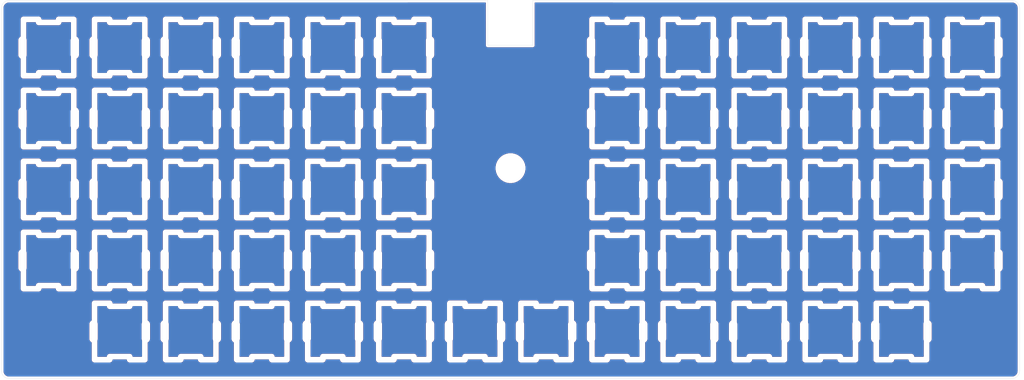
<source format=kicad_pcb>
(kicad_pcb (version 20171130) (host pcbnew 5.1.10)
  (layers (0 F.Cu signal) (31 B.Cu signal) (34 B.Paste user) (35 F.Paste user) (36 B.SilkS user) (37 F.SilkS user) (38 B.Mask user) (39 F.Mask user) (44 Edge.Cuts user))
  (net 0 "")
  (module Keyboard:ccccc (layer F.Cu) (at 145.73 79.59)
    (fp_text reference G*** hide)
    (fp_text value LOGO hide)
  )
  (module Keebio-Parts:MX_Switch_Cutout (layer F.Cu) (at 213.415 102.705 90)
    (fp_text reference SW5 hide)
    (fp_text value MX-with-LED-keebio)
    (pad "" np_thru_hole oval (at 0 -6.731 90) (size 15.5956 0.508) (drill oval 15.5956 0.508) (layers *.Cu *.Mask))
    (pad "" np_thru_hole oval (at 0 6.731 90) (size 15.5956 0.508) (drill oval 15.5956 0.508) (layers *.Cu *.Mask))
    (pad "" np_thru_hole oval (at -7.5565 -4.699 90) (size 0.508 4.572) (drill oval 0.508 4.572) (layers *.Cu *.Mask))
    (pad "" np_thru_hole oval (at 7.5565 -4.699 90) (size 0.508 4.572) (drill oval 0.508 4.572) (layers *.Cu *.Mask))
    (pad "" np_thru_hole oval (at 7.5565 4.699 90) (size 0.508 4.572) (drill oval 0.508 4.572) (layers *.Cu *.Mask))
    (pad "" np_thru_hole oval (at -7.5565 4.699 90) (size 0.508 4.572) (drill oval 0.508 4.572) (layers *.Cu *.Mask))
    (pad "" np_thru_hole oval (at 6.731 0 90) (size 0.508 5.842) (drill oval 0.508 5.842) (layers *.Cu *.Mask))
    (pad "" np_thru_hole oval (at -6.731 0 90) (size 0.508 5.842) (drill oval 0.508 5.842) (layers *.Cu *.Mask))
    (pad "" np_thru_hole oval (at 0 -6.985 90) (size 5.08 1.27) (drill oval 5.08 1.27) (layers *.Cu *.Mask))
    (pad "" np_thru_hole oval (at 0 6.985 90) (size 5.08 1.27) (drill oval 5.08 1.27) (layers *.Cu *.Mask))
    (pad "" np_thru_hole oval (at -7.14375 -2.667 90) (size 1.3335 0.508) (drill oval 1.3335 0.508) (layers *.Cu *.Mask))
    (pad "" np_thru_hole oval (at 7.14375 -2.667 90) (size 1.3335 0.508) (drill oval 1.3335 0.508) (layers *.Cu *.Mask))
    (pad "" np_thru_hole oval (at -7.14375 2.667 90) (size 1.3335 0.508) (drill oval 1.3335 0.508) (layers *.Cu *.Mask))
    (pad "" np_thru_hole oval (at 7.14375 2.667 90) (size 1.3335 0.508) (drill oval 1.3335 0.508) (layers *.Cu *.Mask))
  )
  (module Keebio-Parts:MX_Switch_Cutout (layer F.Cu) (at 175.415 121.705 90)
    (fp_text reference SW5 hide)
    (fp_text value MX-with-LED-keebio)
    (pad "" np_thru_hole oval (at 7.14375 2.667 90) (size 1.3335 0.508) (drill oval 1.3335 0.508) (layers *.Cu *.Mask))
    (pad "" np_thru_hole oval (at -7.14375 2.667 90) (size 1.3335 0.508) (drill oval 1.3335 0.508) (layers *.Cu *.Mask))
    (pad "" np_thru_hole oval (at 7.14375 -2.667 90) (size 1.3335 0.508) (drill oval 1.3335 0.508) (layers *.Cu *.Mask))
    (pad "" np_thru_hole oval (at -7.14375 -2.667 90) (size 1.3335 0.508) (drill oval 1.3335 0.508) (layers *.Cu *.Mask))
    (pad "" np_thru_hole oval (at 0 6.985 90) (size 5.08 1.27) (drill oval 5.08 1.27) (layers *.Cu *.Mask))
    (pad "" np_thru_hole oval (at 0 -6.985 90) (size 5.08 1.27) (drill oval 5.08 1.27) (layers *.Cu *.Mask))
    (pad "" np_thru_hole oval (at -6.731 0 90) (size 0.508 5.842) (drill oval 0.508 5.842) (layers *.Cu *.Mask))
    (pad "" np_thru_hole oval (at 6.731 0 90) (size 0.508 5.842) (drill oval 0.508 5.842) (layers *.Cu *.Mask))
    (pad "" np_thru_hole oval (at -7.5565 4.699 90) (size 0.508 4.572) (drill oval 0.508 4.572) (layers *.Cu *.Mask))
    (pad "" np_thru_hole oval (at 7.5565 4.699 90) (size 0.508 4.572) (drill oval 0.508 4.572) (layers *.Cu *.Mask))
    (pad "" np_thru_hole oval (at 7.5565 -4.699 90) (size 0.508 4.572) (drill oval 0.508 4.572) (layers *.Cu *.Mask))
    (pad "" np_thru_hole oval (at -7.5565 -4.699 90) (size 0.508 4.572) (drill oval 0.508 4.572) (layers *.Cu *.Mask))
    (pad "" np_thru_hole oval (at 0 6.731 90) (size 15.5956 0.508) (drill oval 15.5956 0.508) (layers *.Cu *.Mask))
    (pad "" np_thru_hole oval (at 0 -6.731 90) (size 15.5956 0.508) (drill oval 15.5956 0.508) (layers *.Cu *.Mask))
  )
  (module Keebio-Parts:MX_Switch_Cutout (layer F.Cu) (at 23.415 45.705 90)
    (fp_text reference SW5 hide)
    (fp_text value MX-with-LED-keebio)
    (pad "" np_thru_hole oval (at 7.14375 2.667 90) (size 1.3335 0.508) (drill oval 1.3335 0.508) (layers *.Cu *.Mask))
    (pad "" np_thru_hole oval (at -7.14375 2.667 90) (size 1.3335 0.508) (drill oval 1.3335 0.508) (layers *.Cu *.Mask))
    (pad "" np_thru_hole oval (at 7.14375 -2.667 90) (size 1.3335 0.508) (drill oval 1.3335 0.508) (layers *.Cu *.Mask))
    (pad "" np_thru_hole oval (at -7.14375 -2.667 90) (size 1.3335 0.508) (drill oval 1.3335 0.508) (layers *.Cu *.Mask))
    (pad "" np_thru_hole oval (at 0 6.985 90) (size 5.08 1.27) (drill oval 5.08 1.27) (layers *.Cu *.Mask))
    (pad "" np_thru_hole oval (at 0 -6.985 90) (size 5.08 1.27) (drill oval 5.08 1.27) (layers *.Cu *.Mask))
    (pad "" np_thru_hole oval (at -6.731 0 90) (size 0.508 5.842) (drill oval 0.508 5.842) (layers *.Cu *.Mask))
    (pad "" np_thru_hole oval (at 6.731 0 90) (size 0.508 5.842) (drill oval 0.508 5.842) (layers *.Cu *.Mask))
    (pad "" np_thru_hole oval (at -7.5565 4.699 90) (size 0.508 4.572) (drill oval 0.508 4.572) (layers *.Cu *.Mask))
    (pad "" np_thru_hole oval (at 7.5565 4.699 90) (size 0.508 4.572) (drill oval 0.508 4.572) (layers *.Cu *.Mask))
    (pad "" np_thru_hole oval (at 7.5565 -4.699 90) (size 0.508 4.572) (drill oval 0.508 4.572) (layers *.Cu *.Mask))
    (pad "" np_thru_hole oval (at -7.5565 -4.699 90) (size 0.508 4.572) (drill oval 0.508 4.572) (layers *.Cu *.Mask))
    (pad "" np_thru_hole oval (at 0 6.731 90) (size 15.5956 0.508) (drill oval 15.5956 0.508) (layers *.Cu *.Mask))
    (pad "" np_thru_hole oval (at 0 -6.731 90) (size 15.5956 0.508) (drill oval 15.5956 0.508) (layers *.Cu *.Mask))
  )
  (module Keebio-Parts:MX_Switch_Cutout (layer F.Cu) (at 42.415 64.705 90)
    (fp_text reference SW5 hide)
    (fp_text value MX-with-LED-keebio)
    (pad "" np_thru_hole oval (at 7.14375 2.667 90) (size 1.3335 0.508) (drill oval 1.3335 0.508) (layers *.Cu *.Mask))
    (pad "" np_thru_hole oval (at -7.14375 2.667 90) (size 1.3335 0.508) (drill oval 1.3335 0.508) (layers *.Cu *.Mask))
    (pad "" np_thru_hole oval (at 7.14375 -2.667 90) (size 1.3335 0.508) (drill oval 1.3335 0.508) (layers *.Cu *.Mask))
    (pad "" np_thru_hole oval (at -7.14375 -2.667 90) (size 1.3335 0.508) (drill oval 1.3335 0.508) (layers *.Cu *.Mask))
    (pad "" np_thru_hole oval (at 0 6.985 90) (size 5.08 1.27) (drill oval 5.08 1.27) (layers *.Cu *.Mask))
    (pad "" np_thru_hole oval (at 0 -6.985 90) (size 5.08 1.27) (drill oval 5.08 1.27) (layers *.Cu *.Mask))
    (pad "" np_thru_hole oval (at -6.731 0 90) (size 0.508 5.842) (drill oval 0.508 5.842) (layers *.Cu *.Mask))
    (pad "" np_thru_hole oval (at 6.731 0 90) (size 0.508 5.842) (drill oval 0.508 5.842) (layers *.Cu *.Mask))
    (pad "" np_thru_hole oval (at -7.5565 4.699 90) (size 0.508 4.572) (drill oval 0.508 4.572) (layers *.Cu *.Mask))
    (pad "" np_thru_hole oval (at 7.5565 4.699 90) (size 0.508 4.572) (drill oval 0.508 4.572) (layers *.Cu *.Mask))
    (pad "" np_thru_hole oval (at 7.5565 -4.699 90) (size 0.508 4.572) (drill oval 0.508 4.572) (layers *.Cu *.Mask))
    (pad "" np_thru_hole oval (at -7.5565 -4.699 90) (size 0.508 4.572) (drill oval 0.508 4.572) (layers *.Cu *.Mask))
    (pad "" np_thru_hole oval (at 0 6.731 90) (size 15.5956 0.508) (drill oval 15.5956 0.508) (layers *.Cu *.Mask))
    (pad "" np_thru_hole oval (at 0 -6.731 90) (size 15.5956 0.508) (drill oval 15.5956 0.508) (layers *.Cu *.Mask))
  )
  (module Keebio-Parts:MX_Switch_Cutout (layer F.Cu) (at 42.415 83.705 90)
    (fp_text reference SW5 hide)
    (fp_text value MX-with-LED-keebio)
    (pad "" np_thru_hole oval (at 7.14375 2.667 90) (size 1.3335 0.508) (drill oval 1.3335 0.508) (layers *.Cu *.Mask))
    (pad "" np_thru_hole oval (at -7.14375 2.667 90) (size 1.3335 0.508) (drill oval 1.3335 0.508) (layers *.Cu *.Mask))
    (pad "" np_thru_hole oval (at 7.14375 -2.667 90) (size 1.3335 0.508) (drill oval 1.3335 0.508) (layers *.Cu *.Mask))
    (pad "" np_thru_hole oval (at -7.14375 -2.667 90) (size 1.3335 0.508) (drill oval 1.3335 0.508) (layers *.Cu *.Mask))
    (pad "" np_thru_hole oval (at 0 6.985 90) (size 5.08 1.27) (drill oval 5.08 1.27) (layers *.Cu *.Mask))
    (pad "" np_thru_hole oval (at 0 -6.985 90) (size 5.08 1.27) (drill oval 5.08 1.27) (layers *.Cu *.Mask))
    (pad "" np_thru_hole oval (at -6.731 0 90) (size 0.508 5.842) (drill oval 0.508 5.842) (layers *.Cu *.Mask))
    (pad "" np_thru_hole oval (at 6.731 0 90) (size 0.508 5.842) (drill oval 0.508 5.842) (layers *.Cu *.Mask))
    (pad "" np_thru_hole oval (at -7.5565 4.699 90) (size 0.508 4.572) (drill oval 0.508 4.572) (layers *.Cu *.Mask))
    (pad "" np_thru_hole oval (at 7.5565 4.699 90) (size 0.508 4.572) (drill oval 0.508 4.572) (layers *.Cu *.Mask))
    (pad "" np_thru_hole oval (at 7.5565 -4.699 90) (size 0.508 4.572) (drill oval 0.508 4.572) (layers *.Cu *.Mask))
    (pad "" np_thru_hole oval (at -7.5565 -4.699 90) (size 0.508 4.572) (drill oval 0.508 4.572) (layers *.Cu *.Mask))
    (pad "" np_thru_hole oval (at 0 6.731 90) (size 15.5956 0.508) (drill oval 15.5956 0.508) (layers *.Cu *.Mask))
    (pad "" np_thru_hole oval (at 0 -6.731 90) (size 15.5956 0.508) (drill oval 15.5956 0.508) (layers *.Cu *.Mask))
  )
  (module Keebio-Parts:MX_Switch_Cutout (layer F.Cu) (at 61.415 121.705 90)
    (fp_text reference SW5 hide)
    (fp_text value MX-with-LED-keebio)
    (pad "" np_thru_hole oval (at 7.14375 2.667 90) (size 1.3335 0.508) (drill oval 1.3335 0.508) (layers *.Cu *.Mask))
    (pad "" np_thru_hole oval (at -7.14375 2.667 90) (size 1.3335 0.508) (drill oval 1.3335 0.508) (layers *.Cu *.Mask))
    (pad "" np_thru_hole oval (at 7.14375 -2.667 90) (size 1.3335 0.508) (drill oval 1.3335 0.508) (layers *.Cu *.Mask))
    (pad "" np_thru_hole oval (at -7.14375 -2.667 90) (size 1.3335 0.508) (drill oval 1.3335 0.508) (layers *.Cu *.Mask))
    (pad "" np_thru_hole oval (at 0 6.985 90) (size 5.08 1.27) (drill oval 5.08 1.27) (layers *.Cu *.Mask))
    (pad "" np_thru_hole oval (at 0 -6.985 90) (size 5.08 1.27) (drill oval 5.08 1.27) (layers *.Cu *.Mask))
    (pad "" np_thru_hole oval (at -6.731 0 90) (size 0.508 5.842) (drill oval 0.508 5.842) (layers *.Cu *.Mask))
    (pad "" np_thru_hole oval (at 6.731 0 90) (size 0.508 5.842) (drill oval 0.508 5.842) (layers *.Cu *.Mask))
    (pad "" np_thru_hole oval (at -7.5565 4.699 90) (size 0.508 4.572) (drill oval 0.508 4.572) (layers *.Cu *.Mask))
    (pad "" np_thru_hole oval (at 7.5565 4.699 90) (size 0.508 4.572) (drill oval 0.508 4.572) (layers *.Cu *.Mask))
    (pad "" np_thru_hole oval (at 7.5565 -4.699 90) (size 0.508 4.572) (drill oval 0.508 4.572) (layers *.Cu *.Mask))
    (pad "" np_thru_hole oval (at -7.5565 -4.699 90) (size 0.508 4.572) (drill oval 0.508 4.572) (layers *.Cu *.Mask))
    (pad "" np_thru_hole oval (at 0 6.731 90) (size 15.5956 0.508) (drill oval 15.5956 0.508) (layers *.Cu *.Mask))
    (pad "" np_thru_hole oval (at 0 -6.731 90) (size 15.5956 0.508) (drill oval 15.5956 0.508) (layers *.Cu *.Mask))
  )
  (module Keebio-Parts:MX_Switch_Cutout (layer F.Cu) (at 42.415 45.705 90)
    (fp_text reference SW5 hide)
    (fp_text value MX-with-LED-keebio)
    (pad "" np_thru_hole oval (at 0 -6.731 90) (size 15.5956 0.508) (drill oval 15.5956 0.508) (layers *.Cu *.Mask))
    (pad "" np_thru_hole oval (at 0 6.731 90) (size 15.5956 0.508) (drill oval 15.5956 0.508) (layers *.Cu *.Mask))
    (pad "" np_thru_hole oval (at -7.5565 -4.699 90) (size 0.508 4.572) (drill oval 0.508 4.572) (layers *.Cu *.Mask))
    (pad "" np_thru_hole oval (at 7.5565 -4.699 90) (size 0.508 4.572) (drill oval 0.508 4.572) (layers *.Cu *.Mask))
    (pad "" np_thru_hole oval (at 7.5565 4.699 90) (size 0.508 4.572) (drill oval 0.508 4.572) (layers *.Cu *.Mask))
    (pad "" np_thru_hole oval (at -7.5565 4.699 90) (size 0.508 4.572) (drill oval 0.508 4.572) (layers *.Cu *.Mask))
    (pad "" np_thru_hole oval (at 6.731 0 90) (size 0.508 5.842) (drill oval 0.508 5.842) (layers *.Cu *.Mask))
    (pad "" np_thru_hole oval (at -6.731 0 90) (size 0.508 5.842) (drill oval 0.508 5.842) (layers *.Cu *.Mask))
    (pad "" np_thru_hole oval (at 0 -6.985 90) (size 5.08 1.27) (drill oval 5.08 1.27) (layers *.Cu *.Mask))
    (pad "" np_thru_hole oval (at 0 6.985 90) (size 5.08 1.27) (drill oval 5.08 1.27) (layers *.Cu *.Mask))
    (pad "" np_thru_hole oval (at -7.14375 -2.667 90) (size 1.3335 0.508) (drill oval 1.3335 0.508) (layers *.Cu *.Mask))
    (pad "" np_thru_hole oval (at 7.14375 -2.667 90) (size 1.3335 0.508) (drill oval 1.3335 0.508) (layers *.Cu *.Mask))
    (pad "" np_thru_hole oval (at -7.14375 2.667 90) (size 1.3335 0.508) (drill oval 1.3335 0.508) (layers *.Cu *.Mask))
    (pad "" np_thru_hole oval (at 7.14375 2.667 90) (size 1.3335 0.508) (drill oval 1.3335 0.508) (layers *.Cu *.Mask))
  )
  (module Keebio-Parts:MX_Switch_Cutout (layer F.Cu) (at 42.415 102.705 90)
    (fp_text reference SW5 hide)
    (fp_text value MX-with-LED-keebio)
    (pad "" np_thru_hole oval (at 0 -6.731 90) (size 15.5956 0.508) (drill oval 15.5956 0.508) (layers *.Cu *.Mask))
    (pad "" np_thru_hole oval (at 0 6.731 90) (size 15.5956 0.508) (drill oval 15.5956 0.508) (layers *.Cu *.Mask))
    (pad "" np_thru_hole oval (at -7.5565 -4.699 90) (size 0.508 4.572) (drill oval 0.508 4.572) (layers *.Cu *.Mask))
    (pad "" np_thru_hole oval (at 7.5565 -4.699 90) (size 0.508 4.572) (drill oval 0.508 4.572) (layers *.Cu *.Mask))
    (pad "" np_thru_hole oval (at 7.5565 4.699 90) (size 0.508 4.572) (drill oval 0.508 4.572) (layers *.Cu *.Mask))
    (pad "" np_thru_hole oval (at -7.5565 4.699 90) (size 0.508 4.572) (drill oval 0.508 4.572) (layers *.Cu *.Mask))
    (pad "" np_thru_hole oval (at 6.731 0 90) (size 0.508 5.842) (drill oval 0.508 5.842) (layers *.Cu *.Mask))
    (pad "" np_thru_hole oval (at -6.731 0 90) (size 0.508 5.842) (drill oval 0.508 5.842) (layers *.Cu *.Mask))
    (pad "" np_thru_hole oval (at 0 -6.985 90) (size 5.08 1.27) (drill oval 5.08 1.27) (layers *.Cu *.Mask))
    (pad "" np_thru_hole oval (at 0 6.985 90) (size 5.08 1.27) (drill oval 5.08 1.27) (layers *.Cu *.Mask))
    (pad "" np_thru_hole oval (at -7.14375 -2.667 90) (size 1.3335 0.508) (drill oval 1.3335 0.508) (layers *.Cu *.Mask))
    (pad "" np_thru_hole oval (at 7.14375 -2.667 90) (size 1.3335 0.508) (drill oval 1.3335 0.508) (layers *.Cu *.Mask))
    (pad "" np_thru_hole oval (at -7.14375 2.667 90) (size 1.3335 0.508) (drill oval 1.3335 0.508) (layers *.Cu *.Mask))
    (pad "" np_thru_hole oval (at 7.14375 2.667 90) (size 1.3335 0.508) (drill oval 1.3335 0.508) (layers *.Cu *.Mask))
  )
  (module Keebio-Parts:MX_Switch_Cutout (layer F.Cu) (at 61.415 83.705 90)
    (fp_text reference SW5 hide)
    (fp_text value MX-with-LED-keebio)
    (pad "" np_thru_hole oval (at 0 -6.731 90) (size 15.5956 0.508) (drill oval 15.5956 0.508) (layers *.Cu *.Mask))
    (pad "" np_thru_hole oval (at 0 6.731 90) (size 15.5956 0.508) (drill oval 15.5956 0.508) (layers *.Cu *.Mask))
    (pad "" np_thru_hole oval (at -7.5565 -4.699 90) (size 0.508 4.572) (drill oval 0.508 4.572) (layers *.Cu *.Mask))
    (pad "" np_thru_hole oval (at 7.5565 -4.699 90) (size 0.508 4.572) (drill oval 0.508 4.572) (layers *.Cu *.Mask))
    (pad "" np_thru_hole oval (at 7.5565 4.699 90) (size 0.508 4.572) (drill oval 0.508 4.572) (layers *.Cu *.Mask))
    (pad "" np_thru_hole oval (at -7.5565 4.699 90) (size 0.508 4.572) (drill oval 0.508 4.572) (layers *.Cu *.Mask))
    (pad "" np_thru_hole oval (at 6.731 0 90) (size 0.508 5.842) (drill oval 0.508 5.842) (layers *.Cu *.Mask))
    (pad "" np_thru_hole oval (at -6.731 0 90) (size 0.508 5.842) (drill oval 0.508 5.842) (layers *.Cu *.Mask))
    (pad "" np_thru_hole oval (at 0 -6.985 90) (size 5.08 1.27) (drill oval 5.08 1.27) (layers *.Cu *.Mask))
    (pad "" np_thru_hole oval (at 0 6.985 90) (size 5.08 1.27) (drill oval 5.08 1.27) (layers *.Cu *.Mask))
    (pad "" np_thru_hole oval (at -7.14375 -2.667 90) (size 1.3335 0.508) (drill oval 1.3335 0.508) (layers *.Cu *.Mask))
    (pad "" np_thru_hole oval (at 7.14375 -2.667 90) (size 1.3335 0.508) (drill oval 1.3335 0.508) (layers *.Cu *.Mask))
    (pad "" np_thru_hole oval (at -7.14375 2.667 90) (size 1.3335 0.508) (drill oval 1.3335 0.508) (layers *.Cu *.Mask))
    (pad "" np_thru_hole oval (at 7.14375 2.667 90) (size 1.3335 0.508) (drill oval 1.3335 0.508) (layers *.Cu *.Mask))
  )
  (module Keebio-Parts:MX_Switch_Cutout (layer F.Cu) (at 61.415 102.705 90)
    (fp_text reference SW5 hide)
    (fp_text value MX-with-LED-keebio)
    (pad "" np_thru_hole oval (at 7.14375 2.667 90) (size 1.3335 0.508) (drill oval 1.3335 0.508) (layers *.Cu *.Mask))
    (pad "" np_thru_hole oval (at -7.14375 2.667 90) (size 1.3335 0.508) (drill oval 1.3335 0.508) (layers *.Cu *.Mask))
    (pad "" np_thru_hole oval (at 7.14375 -2.667 90) (size 1.3335 0.508) (drill oval 1.3335 0.508) (layers *.Cu *.Mask))
    (pad "" np_thru_hole oval (at -7.14375 -2.667 90) (size 1.3335 0.508) (drill oval 1.3335 0.508) (layers *.Cu *.Mask))
    (pad "" np_thru_hole oval (at 0 6.985 90) (size 5.08 1.27) (drill oval 5.08 1.27) (layers *.Cu *.Mask))
    (pad "" np_thru_hole oval (at 0 -6.985 90) (size 5.08 1.27) (drill oval 5.08 1.27) (layers *.Cu *.Mask))
    (pad "" np_thru_hole oval (at -6.731 0 90) (size 0.508 5.842) (drill oval 0.508 5.842) (layers *.Cu *.Mask))
    (pad "" np_thru_hole oval (at 6.731 0 90) (size 0.508 5.842) (drill oval 0.508 5.842) (layers *.Cu *.Mask))
    (pad "" np_thru_hole oval (at -7.5565 4.699 90) (size 0.508 4.572) (drill oval 0.508 4.572) (layers *.Cu *.Mask))
    (pad "" np_thru_hole oval (at 7.5565 4.699 90) (size 0.508 4.572) (drill oval 0.508 4.572) (layers *.Cu *.Mask))
    (pad "" np_thru_hole oval (at 7.5565 -4.699 90) (size 0.508 4.572) (drill oval 0.508 4.572) (layers *.Cu *.Mask))
    (pad "" np_thru_hole oval (at -7.5565 -4.699 90) (size 0.508 4.572) (drill oval 0.508 4.572) (layers *.Cu *.Mask))
    (pad "" np_thru_hole oval (at 0 6.731 90) (size 15.5956 0.508) (drill oval 15.5956 0.508) (layers *.Cu *.Mask))
    (pad "" np_thru_hole oval (at 0 -6.731 90) (size 15.5956 0.508) (drill oval 15.5956 0.508) (layers *.Cu *.Mask))
  )
  (module Keebio-Parts:MX_Switch_Cutout (layer F.Cu) (at 61.415 45.705 90)
    (fp_text reference SW5 hide)
    (fp_text value MX-with-LED-keebio)
    (pad "" np_thru_hole oval (at 7.14375 2.667 90) (size 1.3335 0.508) (drill oval 1.3335 0.508) (layers *.Cu *.Mask))
    (pad "" np_thru_hole oval (at -7.14375 2.667 90) (size 1.3335 0.508) (drill oval 1.3335 0.508) (layers *.Cu *.Mask))
    (pad "" np_thru_hole oval (at 7.14375 -2.667 90) (size 1.3335 0.508) (drill oval 1.3335 0.508) (layers *.Cu *.Mask))
    (pad "" np_thru_hole oval (at -7.14375 -2.667 90) (size 1.3335 0.508) (drill oval 1.3335 0.508) (layers *.Cu *.Mask))
    (pad "" np_thru_hole oval (at 0 6.985 90) (size 5.08 1.27) (drill oval 5.08 1.27) (layers *.Cu *.Mask))
    (pad "" np_thru_hole oval (at 0 -6.985 90) (size 5.08 1.27) (drill oval 5.08 1.27) (layers *.Cu *.Mask))
    (pad "" np_thru_hole oval (at -6.731 0 90) (size 0.508 5.842) (drill oval 0.508 5.842) (layers *.Cu *.Mask))
    (pad "" np_thru_hole oval (at 6.731 0 90) (size 0.508 5.842) (drill oval 0.508 5.842) (layers *.Cu *.Mask))
    (pad "" np_thru_hole oval (at -7.5565 4.699 90) (size 0.508 4.572) (drill oval 0.508 4.572) (layers *.Cu *.Mask))
    (pad "" np_thru_hole oval (at 7.5565 4.699 90) (size 0.508 4.572) (drill oval 0.508 4.572) (layers *.Cu *.Mask))
    (pad "" np_thru_hole oval (at 7.5565 -4.699 90) (size 0.508 4.572) (drill oval 0.508 4.572) (layers *.Cu *.Mask))
    (pad "" np_thru_hole oval (at -7.5565 -4.699 90) (size 0.508 4.572) (drill oval 0.508 4.572) (layers *.Cu *.Mask))
    (pad "" np_thru_hole oval (at 0 6.731 90) (size 15.5956 0.508) (drill oval 15.5956 0.508) (layers *.Cu *.Mask))
    (pad "" np_thru_hole oval (at 0 -6.731 90) (size 15.5956 0.508) (drill oval 15.5956 0.508) (layers *.Cu *.Mask))
  )
  (module Keebio-Parts:MX_Switch_Cutout (layer F.Cu) (at 80.415 121.705 90)
    (fp_text reference SW5 hide)
    (fp_text value MX-with-LED-keebio)
    (pad "" np_thru_hole oval (at 0 -6.731 90) (size 15.5956 0.508) (drill oval 15.5956 0.508) (layers *.Cu *.Mask))
    (pad "" np_thru_hole oval (at 0 6.731 90) (size 15.5956 0.508) (drill oval 15.5956 0.508) (layers *.Cu *.Mask))
    (pad "" np_thru_hole oval (at -7.5565 -4.699 90) (size 0.508 4.572) (drill oval 0.508 4.572) (layers *.Cu *.Mask))
    (pad "" np_thru_hole oval (at 7.5565 -4.699 90) (size 0.508 4.572) (drill oval 0.508 4.572) (layers *.Cu *.Mask))
    (pad "" np_thru_hole oval (at 7.5565 4.699 90) (size 0.508 4.572) (drill oval 0.508 4.572) (layers *.Cu *.Mask))
    (pad "" np_thru_hole oval (at -7.5565 4.699 90) (size 0.508 4.572) (drill oval 0.508 4.572) (layers *.Cu *.Mask))
    (pad "" np_thru_hole oval (at 6.731 0 90) (size 0.508 5.842) (drill oval 0.508 5.842) (layers *.Cu *.Mask))
    (pad "" np_thru_hole oval (at -6.731 0 90) (size 0.508 5.842) (drill oval 0.508 5.842) (layers *.Cu *.Mask))
    (pad "" np_thru_hole oval (at 0 -6.985 90) (size 5.08 1.27) (drill oval 5.08 1.27) (layers *.Cu *.Mask))
    (pad "" np_thru_hole oval (at 0 6.985 90) (size 5.08 1.27) (drill oval 5.08 1.27) (layers *.Cu *.Mask))
    (pad "" np_thru_hole oval (at -7.14375 -2.667 90) (size 1.3335 0.508) (drill oval 1.3335 0.508) (layers *.Cu *.Mask))
    (pad "" np_thru_hole oval (at 7.14375 -2.667 90) (size 1.3335 0.508) (drill oval 1.3335 0.508) (layers *.Cu *.Mask))
    (pad "" np_thru_hole oval (at -7.14375 2.667 90) (size 1.3335 0.508) (drill oval 1.3335 0.508) (layers *.Cu *.Mask))
    (pad "" np_thru_hole oval (at 7.14375 2.667 90) (size 1.3335 0.508) (drill oval 1.3335 0.508) (layers *.Cu *.Mask))
  )
  (module Keebio-Parts:MX_Switch_Cutout (layer F.Cu) (at 61.415 64.705 90)
    (fp_text reference SW5 hide)
    (fp_text value MX-with-LED-keebio)
    (pad "" np_thru_hole oval (at 0 -6.731 90) (size 15.5956 0.508) (drill oval 15.5956 0.508) (layers *.Cu *.Mask))
    (pad "" np_thru_hole oval (at 0 6.731 90) (size 15.5956 0.508) (drill oval 15.5956 0.508) (layers *.Cu *.Mask))
    (pad "" np_thru_hole oval (at -7.5565 -4.699 90) (size 0.508 4.572) (drill oval 0.508 4.572) (layers *.Cu *.Mask))
    (pad "" np_thru_hole oval (at 7.5565 -4.699 90) (size 0.508 4.572) (drill oval 0.508 4.572) (layers *.Cu *.Mask))
    (pad "" np_thru_hole oval (at 7.5565 4.699 90) (size 0.508 4.572) (drill oval 0.508 4.572) (layers *.Cu *.Mask))
    (pad "" np_thru_hole oval (at -7.5565 4.699 90) (size 0.508 4.572) (drill oval 0.508 4.572) (layers *.Cu *.Mask))
    (pad "" np_thru_hole oval (at 6.731 0 90) (size 0.508 5.842) (drill oval 0.508 5.842) (layers *.Cu *.Mask))
    (pad "" np_thru_hole oval (at -6.731 0 90) (size 0.508 5.842) (drill oval 0.508 5.842) (layers *.Cu *.Mask))
    (pad "" np_thru_hole oval (at 0 -6.985 90) (size 5.08 1.27) (drill oval 5.08 1.27) (layers *.Cu *.Mask))
    (pad "" np_thru_hole oval (at 0 6.985 90) (size 5.08 1.27) (drill oval 5.08 1.27) (layers *.Cu *.Mask))
    (pad "" np_thru_hole oval (at -7.14375 -2.667 90) (size 1.3335 0.508) (drill oval 1.3335 0.508) (layers *.Cu *.Mask))
    (pad "" np_thru_hole oval (at 7.14375 -2.667 90) (size 1.3335 0.508) (drill oval 1.3335 0.508) (layers *.Cu *.Mask))
    (pad "" np_thru_hole oval (at -7.14375 2.667 90) (size 1.3335 0.508) (drill oval 1.3335 0.508) (layers *.Cu *.Mask))
    (pad "" np_thru_hole oval (at 7.14375 2.667 90) (size 1.3335 0.508) (drill oval 1.3335 0.508) (layers *.Cu *.Mask))
  )
  (module Keebio-Parts:MX_Switch_Cutout (layer F.Cu) (at 80.415 64.705 90)
    (fp_text reference SW5 hide)
    (fp_text value MX-with-LED-keebio)
    (pad "" np_thru_hole oval (at 7.14375 2.667 90) (size 1.3335 0.508) (drill oval 1.3335 0.508) (layers *.Cu *.Mask))
    (pad "" np_thru_hole oval (at -7.14375 2.667 90) (size 1.3335 0.508) (drill oval 1.3335 0.508) (layers *.Cu *.Mask))
    (pad "" np_thru_hole oval (at 7.14375 -2.667 90) (size 1.3335 0.508) (drill oval 1.3335 0.508) (layers *.Cu *.Mask))
    (pad "" np_thru_hole oval (at -7.14375 -2.667 90) (size 1.3335 0.508) (drill oval 1.3335 0.508) (layers *.Cu *.Mask))
    (pad "" np_thru_hole oval (at 0 6.985 90) (size 5.08 1.27) (drill oval 5.08 1.27) (layers *.Cu *.Mask))
    (pad "" np_thru_hole oval (at 0 -6.985 90) (size 5.08 1.27) (drill oval 5.08 1.27) (layers *.Cu *.Mask))
    (pad "" np_thru_hole oval (at -6.731 0 90) (size 0.508 5.842) (drill oval 0.508 5.842) (layers *.Cu *.Mask))
    (pad "" np_thru_hole oval (at 6.731 0 90) (size 0.508 5.842) (drill oval 0.508 5.842) (layers *.Cu *.Mask))
    (pad "" np_thru_hole oval (at -7.5565 4.699 90) (size 0.508 4.572) (drill oval 0.508 4.572) (layers *.Cu *.Mask))
    (pad "" np_thru_hole oval (at 7.5565 4.699 90) (size 0.508 4.572) (drill oval 0.508 4.572) (layers *.Cu *.Mask))
    (pad "" np_thru_hole oval (at 7.5565 -4.699 90) (size 0.508 4.572) (drill oval 0.508 4.572) (layers *.Cu *.Mask))
    (pad "" np_thru_hole oval (at -7.5565 -4.699 90) (size 0.508 4.572) (drill oval 0.508 4.572) (layers *.Cu *.Mask))
    (pad "" np_thru_hole oval (at 0 6.731 90) (size 15.5956 0.508) (drill oval 15.5956 0.508) (layers *.Cu *.Mask))
    (pad "" np_thru_hole oval (at 0 -6.731 90) (size 15.5956 0.508) (drill oval 15.5956 0.508) (layers *.Cu *.Mask))
  )
  (module Keebio-Parts:MX_Switch_Cutout (layer F.Cu) (at 232.415 102.705 90)
    (fp_text reference SW5 hide)
    (fp_text value MX-with-LED-keebio)
    (pad "" np_thru_hole oval (at 0 -6.731 90) (size 15.5956 0.508) (drill oval 15.5956 0.508) (layers *.Cu *.Mask))
    (pad "" np_thru_hole oval (at 0 6.731 90) (size 15.5956 0.508) (drill oval 15.5956 0.508) (layers *.Cu *.Mask))
    (pad "" np_thru_hole oval (at -7.5565 -4.699 90) (size 0.508 4.572) (drill oval 0.508 4.572) (layers *.Cu *.Mask))
    (pad "" np_thru_hole oval (at 7.5565 -4.699 90) (size 0.508 4.572) (drill oval 0.508 4.572) (layers *.Cu *.Mask))
    (pad "" np_thru_hole oval (at 7.5565 4.699 90) (size 0.508 4.572) (drill oval 0.508 4.572) (layers *.Cu *.Mask))
    (pad "" np_thru_hole oval (at -7.5565 4.699 90) (size 0.508 4.572) (drill oval 0.508 4.572) (layers *.Cu *.Mask))
    (pad "" np_thru_hole oval (at 6.731 0 90) (size 0.508 5.842) (drill oval 0.508 5.842) (layers *.Cu *.Mask))
    (pad "" np_thru_hole oval (at -6.731 0 90) (size 0.508 5.842) (drill oval 0.508 5.842) (layers *.Cu *.Mask))
    (pad "" np_thru_hole oval (at 0 -6.985 90) (size 5.08 1.27) (drill oval 5.08 1.27) (layers *.Cu *.Mask))
    (pad "" np_thru_hole oval (at 0 6.985 90) (size 5.08 1.27) (drill oval 5.08 1.27) (layers *.Cu *.Mask))
    (pad "" np_thru_hole oval (at -7.14375 -2.667 90) (size 1.3335 0.508) (drill oval 1.3335 0.508) (layers *.Cu *.Mask))
    (pad "" np_thru_hole oval (at 7.14375 -2.667 90) (size 1.3335 0.508) (drill oval 1.3335 0.508) (layers *.Cu *.Mask))
    (pad "" np_thru_hole oval (at -7.14375 2.667 90) (size 1.3335 0.508) (drill oval 1.3335 0.508) (layers *.Cu *.Mask))
    (pad "" np_thru_hole oval (at 7.14375 2.667 90) (size 1.3335 0.508) (drill oval 1.3335 0.508) (layers *.Cu *.Mask))
  )
  (module Keebio-Parts:MX_Switch_Cutout (layer F.Cu) (at 213.415 64.705 90)
    (fp_text reference SW5 hide)
    (fp_text value MX-with-LED-keebio)
    (pad "" np_thru_hole oval (at 7.14375 2.667 90) (size 1.3335 0.508) (drill oval 1.3335 0.508) (layers *.Cu *.Mask))
    (pad "" np_thru_hole oval (at -7.14375 2.667 90) (size 1.3335 0.508) (drill oval 1.3335 0.508) (layers *.Cu *.Mask))
    (pad "" np_thru_hole oval (at 7.14375 -2.667 90) (size 1.3335 0.508) (drill oval 1.3335 0.508) (layers *.Cu *.Mask))
    (pad "" np_thru_hole oval (at -7.14375 -2.667 90) (size 1.3335 0.508) (drill oval 1.3335 0.508) (layers *.Cu *.Mask))
    (pad "" np_thru_hole oval (at 0 6.985 90) (size 5.08 1.27) (drill oval 5.08 1.27) (layers *.Cu *.Mask))
    (pad "" np_thru_hole oval (at 0 -6.985 90) (size 5.08 1.27) (drill oval 5.08 1.27) (layers *.Cu *.Mask))
    (pad "" np_thru_hole oval (at -6.731 0 90) (size 0.508 5.842) (drill oval 0.508 5.842) (layers *.Cu *.Mask))
    (pad "" np_thru_hole oval (at 6.731 0 90) (size 0.508 5.842) (drill oval 0.508 5.842) (layers *.Cu *.Mask))
    (pad "" np_thru_hole oval (at -7.5565 4.699 90) (size 0.508 4.572) (drill oval 0.508 4.572) (layers *.Cu *.Mask))
    (pad "" np_thru_hole oval (at 7.5565 4.699 90) (size 0.508 4.572) (drill oval 0.508 4.572) (layers *.Cu *.Mask))
    (pad "" np_thru_hole oval (at 7.5565 -4.699 90) (size 0.508 4.572) (drill oval 0.508 4.572) (layers *.Cu *.Mask))
    (pad "" np_thru_hole oval (at -7.5565 -4.699 90) (size 0.508 4.572) (drill oval 0.508 4.572) (layers *.Cu *.Mask))
    (pad "" np_thru_hole oval (at 0 6.731 90) (size 15.5956 0.508) (drill oval 15.5956 0.508) (layers *.Cu *.Mask))
    (pad "" np_thru_hole oval (at 0 -6.731 90) (size 15.5956 0.508) (drill oval 15.5956 0.508) (layers *.Cu *.Mask))
  )
  (module Keebio-Parts:MX_Switch_Cutout (layer F.Cu) (at 213.415 121.705 90)
    (fp_text reference SW5 hide)
    (fp_text value MX-with-LED-keebio)
    (pad "" np_thru_hole oval (at 7.14375 2.667 90) (size 1.3335 0.508) (drill oval 1.3335 0.508) (layers *.Cu *.Mask))
    (pad "" np_thru_hole oval (at -7.14375 2.667 90) (size 1.3335 0.508) (drill oval 1.3335 0.508) (layers *.Cu *.Mask))
    (pad "" np_thru_hole oval (at 7.14375 -2.667 90) (size 1.3335 0.508) (drill oval 1.3335 0.508) (layers *.Cu *.Mask))
    (pad "" np_thru_hole oval (at -7.14375 -2.667 90) (size 1.3335 0.508) (drill oval 1.3335 0.508) (layers *.Cu *.Mask))
    (pad "" np_thru_hole oval (at 0 6.985 90) (size 5.08 1.27) (drill oval 5.08 1.27) (layers *.Cu *.Mask))
    (pad "" np_thru_hole oval (at 0 -6.985 90) (size 5.08 1.27) (drill oval 5.08 1.27) (layers *.Cu *.Mask))
    (pad "" np_thru_hole oval (at -6.731 0 90) (size 0.508 5.842) (drill oval 0.508 5.842) (layers *.Cu *.Mask))
    (pad "" np_thru_hole oval (at 6.731 0 90) (size 0.508 5.842) (drill oval 0.508 5.842) (layers *.Cu *.Mask))
    (pad "" np_thru_hole oval (at -7.5565 4.699 90) (size 0.508 4.572) (drill oval 0.508 4.572) (layers *.Cu *.Mask))
    (pad "" np_thru_hole oval (at 7.5565 4.699 90) (size 0.508 4.572) (drill oval 0.508 4.572) (layers *.Cu *.Mask))
    (pad "" np_thru_hole oval (at 7.5565 -4.699 90) (size 0.508 4.572) (drill oval 0.508 4.572) (layers *.Cu *.Mask))
    (pad "" np_thru_hole oval (at -7.5565 -4.699 90) (size 0.508 4.572) (drill oval 0.508 4.572) (layers *.Cu *.Mask))
    (pad "" np_thru_hole oval (at 0 6.731 90) (size 15.5956 0.508) (drill oval 15.5956 0.508) (layers *.Cu *.Mask))
    (pad "" np_thru_hole oval (at 0 -6.731 90) (size 15.5956 0.508) (drill oval 15.5956 0.508) (layers *.Cu *.Mask))
  )
  (module MountingHole:MountingHole_6.4mm_M6 (layer F.Cu) (at 146.91 77.99)
    (fp_text reference REF** hide)
    (fp_text value MountingHole_6.4mm_M6)
    (pad "" np_thru_hole circle (at 0 0) (size 7 7) (drill 7) (layers *.Cu *.Mask))
  )
  (module Keebio-Parts:MX_Switch_Cutout (layer F.Cu) (at 251.415 64.705 90)
    (fp_text reference SW5 hide)
    (fp_text value MX-with-LED-keebio)
    (pad "" np_thru_hole oval (at 7.14375 2.667 90) (size 1.3335 0.508) (drill oval 1.3335 0.508) (layers *.Cu *.Mask))
    (pad "" np_thru_hole oval (at -7.14375 2.667 90) (size 1.3335 0.508) (drill oval 1.3335 0.508) (layers *.Cu *.Mask))
    (pad "" np_thru_hole oval (at 7.14375 -2.667 90) (size 1.3335 0.508) (drill oval 1.3335 0.508) (layers *.Cu *.Mask))
    (pad "" np_thru_hole oval (at -7.14375 -2.667 90) (size 1.3335 0.508) (drill oval 1.3335 0.508) (layers *.Cu *.Mask))
    (pad "" np_thru_hole oval (at 0 6.985 90) (size 5.08 1.27) (drill oval 5.08 1.27) (layers *.Cu *.Mask))
    (pad "" np_thru_hole oval (at 0 -6.985 90) (size 5.08 1.27) (drill oval 5.08 1.27) (layers *.Cu *.Mask))
    (pad "" np_thru_hole oval (at -6.731 0 90) (size 0.508 5.842) (drill oval 0.508 5.842) (layers *.Cu *.Mask))
    (pad "" np_thru_hole oval (at 6.731 0 90) (size 0.508 5.842) (drill oval 0.508 5.842) (layers *.Cu *.Mask))
    (pad "" np_thru_hole oval (at -7.5565 4.699 90) (size 0.508 4.572) (drill oval 0.508 4.572) (layers *.Cu *.Mask))
    (pad "" np_thru_hole oval (at 7.5565 4.699 90) (size 0.508 4.572) (drill oval 0.508 4.572) (layers *.Cu *.Mask))
    (pad "" np_thru_hole oval (at 7.5565 -4.699 90) (size 0.508 4.572) (drill oval 0.508 4.572) (layers *.Cu *.Mask))
    (pad "" np_thru_hole oval (at -7.5565 -4.699 90) (size 0.508 4.572) (drill oval 0.508 4.572) (layers *.Cu *.Mask))
    (pad "" np_thru_hole oval (at 0 6.731 90) (size 15.5956 0.508) (drill oval 15.5956 0.508) (layers *.Cu *.Mask))
    (pad "" np_thru_hole oval (at 0 -6.731 90) (size 15.5956 0.508) (drill oval 15.5956 0.508) (layers *.Cu *.Mask))
  )
  (module Keebio-Parts:MX_Switch_Cutout (layer F.Cu) (at 251.415 83.705 90)
    (fp_text reference SW5 hide)
    (fp_text value MX-with-LED-keebio)
    (pad "" np_thru_hole oval (at 7.14375 2.667 90) (size 1.3335 0.508) (drill oval 1.3335 0.508) (layers *.Cu *.Mask))
    (pad "" np_thru_hole oval (at -7.14375 2.667 90) (size 1.3335 0.508) (drill oval 1.3335 0.508) (layers *.Cu *.Mask))
    (pad "" np_thru_hole oval (at 7.14375 -2.667 90) (size 1.3335 0.508) (drill oval 1.3335 0.508) (layers *.Cu *.Mask))
    (pad "" np_thru_hole oval (at -7.14375 -2.667 90) (size 1.3335 0.508) (drill oval 1.3335 0.508) (layers *.Cu *.Mask))
    (pad "" np_thru_hole oval (at 0 6.985 90) (size 5.08 1.27) (drill oval 5.08 1.27) (layers *.Cu *.Mask))
    (pad "" np_thru_hole oval (at 0 -6.985 90) (size 5.08 1.27) (drill oval 5.08 1.27) (layers *.Cu *.Mask))
    (pad "" np_thru_hole oval (at -6.731 0 90) (size 0.508 5.842) (drill oval 0.508 5.842) (layers *.Cu *.Mask))
    (pad "" np_thru_hole oval (at 6.731 0 90) (size 0.508 5.842) (drill oval 0.508 5.842) (layers *.Cu *.Mask))
    (pad "" np_thru_hole oval (at -7.5565 4.699 90) (size 0.508 4.572) (drill oval 0.508 4.572) (layers *.Cu *.Mask))
    (pad "" np_thru_hole oval (at 7.5565 4.699 90) (size 0.508 4.572) (drill oval 0.508 4.572) (layers *.Cu *.Mask))
    (pad "" np_thru_hole oval (at 7.5565 -4.699 90) (size 0.508 4.572) (drill oval 0.508 4.572) (layers *.Cu *.Mask))
    (pad "" np_thru_hole oval (at -7.5565 -4.699 90) (size 0.508 4.572) (drill oval 0.508 4.572) (layers *.Cu *.Mask))
    (pad "" np_thru_hole oval (at 0 6.731 90) (size 15.5956 0.508) (drill oval 15.5956 0.508) (layers *.Cu *.Mask))
    (pad "" np_thru_hole oval (at 0 -6.731 90) (size 15.5956 0.508) (drill oval 15.5956 0.508) (layers *.Cu *.Mask))
  )
  (module Keebio-Parts:MX_Switch_Cutout (layer F.Cu) (at 232.415 45.705 90)
    (fp_text reference SW5 hide)
    (fp_text value MX-with-LED-keebio)
    (pad "" np_thru_hole oval (at 0 -6.731 90) (size 15.5956 0.508) (drill oval 15.5956 0.508) (layers *.Cu *.Mask))
    (pad "" np_thru_hole oval (at 0 6.731 90) (size 15.5956 0.508) (drill oval 15.5956 0.508) (layers *.Cu *.Mask))
    (pad "" np_thru_hole oval (at -7.5565 -4.699 90) (size 0.508 4.572) (drill oval 0.508 4.572) (layers *.Cu *.Mask))
    (pad "" np_thru_hole oval (at 7.5565 -4.699 90) (size 0.508 4.572) (drill oval 0.508 4.572) (layers *.Cu *.Mask))
    (pad "" np_thru_hole oval (at 7.5565 4.699 90) (size 0.508 4.572) (drill oval 0.508 4.572) (layers *.Cu *.Mask))
    (pad "" np_thru_hole oval (at -7.5565 4.699 90) (size 0.508 4.572) (drill oval 0.508 4.572) (layers *.Cu *.Mask))
    (pad "" np_thru_hole oval (at 6.731 0 90) (size 0.508 5.842) (drill oval 0.508 5.842) (layers *.Cu *.Mask))
    (pad "" np_thru_hole oval (at -6.731 0 90) (size 0.508 5.842) (drill oval 0.508 5.842) (layers *.Cu *.Mask))
    (pad "" np_thru_hole oval (at 0 -6.985 90) (size 5.08 1.27) (drill oval 5.08 1.27) (layers *.Cu *.Mask))
    (pad "" np_thru_hole oval (at 0 6.985 90) (size 5.08 1.27) (drill oval 5.08 1.27) (layers *.Cu *.Mask))
    (pad "" np_thru_hole oval (at -7.14375 -2.667 90) (size 1.3335 0.508) (drill oval 1.3335 0.508) (layers *.Cu *.Mask))
    (pad "" np_thru_hole oval (at 7.14375 -2.667 90) (size 1.3335 0.508) (drill oval 1.3335 0.508) (layers *.Cu *.Mask))
    (pad "" np_thru_hole oval (at -7.14375 2.667 90) (size 1.3335 0.508) (drill oval 1.3335 0.508) (layers *.Cu *.Mask))
    (pad "" np_thru_hole oval (at 7.14375 2.667 90) (size 1.3335 0.508) (drill oval 1.3335 0.508) (layers *.Cu *.Mask))
  )
  (module Keebio-Parts:MX_Switch_Cutout (layer F.Cu) (at 42.415 121.705 90)
    (fp_text reference SW5 hide)
    (fp_text value MX-with-LED-keebio)
    (pad "" np_thru_hole oval (at 0 -6.731 90) (size 15.5956 0.508) (drill oval 15.5956 0.508) (layers *.Cu *.Mask))
    (pad "" np_thru_hole oval (at 0 6.731 90) (size 15.5956 0.508) (drill oval 15.5956 0.508) (layers *.Cu *.Mask))
    (pad "" np_thru_hole oval (at -7.5565 -4.699 90) (size 0.508 4.572) (drill oval 0.508 4.572) (layers *.Cu *.Mask))
    (pad "" np_thru_hole oval (at 7.5565 -4.699 90) (size 0.508 4.572) (drill oval 0.508 4.572) (layers *.Cu *.Mask))
    (pad "" np_thru_hole oval (at 7.5565 4.699 90) (size 0.508 4.572) (drill oval 0.508 4.572) (layers *.Cu *.Mask))
    (pad "" np_thru_hole oval (at -7.5565 4.699 90) (size 0.508 4.572) (drill oval 0.508 4.572) (layers *.Cu *.Mask))
    (pad "" np_thru_hole oval (at 6.731 0 90) (size 0.508 5.842) (drill oval 0.508 5.842) (layers *.Cu *.Mask))
    (pad "" np_thru_hole oval (at -6.731 0 90) (size 0.508 5.842) (drill oval 0.508 5.842) (layers *.Cu *.Mask))
    (pad "" np_thru_hole oval (at 0 -6.985 90) (size 5.08 1.27) (drill oval 5.08 1.27) (layers *.Cu *.Mask))
    (pad "" np_thru_hole oval (at 0 6.985 90) (size 5.08 1.27) (drill oval 5.08 1.27) (layers *.Cu *.Mask))
    (pad "" np_thru_hole oval (at -7.14375 -2.667 90) (size 1.3335 0.508) (drill oval 1.3335 0.508) (layers *.Cu *.Mask))
    (pad "" np_thru_hole oval (at 7.14375 -2.667 90) (size 1.3335 0.508) (drill oval 1.3335 0.508) (layers *.Cu *.Mask))
    (pad "" np_thru_hole oval (at -7.14375 2.667 90) (size 1.3335 0.508) (drill oval 1.3335 0.508) (layers *.Cu *.Mask))
    (pad "" np_thru_hole oval (at 7.14375 2.667 90) (size 1.3335 0.508) (drill oval 1.3335 0.508) (layers *.Cu *.Mask))
  )
  (module Keebio-Parts:MX_Switch_Cutout (layer F.Cu) (at 23.415 102.705 90)
    (fp_text reference SW5 hide)
    (fp_text value MX-with-LED-keebio)
    (pad "" np_thru_hole oval (at 7.14375 2.667 90) (size 1.3335 0.508) (drill oval 1.3335 0.508) (layers *.Cu *.Mask))
    (pad "" np_thru_hole oval (at -7.14375 2.667 90) (size 1.3335 0.508) (drill oval 1.3335 0.508) (layers *.Cu *.Mask))
    (pad "" np_thru_hole oval (at 7.14375 -2.667 90) (size 1.3335 0.508) (drill oval 1.3335 0.508) (layers *.Cu *.Mask))
    (pad "" np_thru_hole oval (at -7.14375 -2.667 90) (size 1.3335 0.508) (drill oval 1.3335 0.508) (layers *.Cu *.Mask))
    (pad "" np_thru_hole oval (at 0 6.985 90) (size 5.08 1.27) (drill oval 5.08 1.27) (layers *.Cu *.Mask))
    (pad "" np_thru_hole oval (at 0 -6.985 90) (size 5.08 1.27) (drill oval 5.08 1.27) (layers *.Cu *.Mask))
    (pad "" np_thru_hole oval (at -6.731 0 90) (size 0.508 5.842) (drill oval 0.508 5.842) (layers *.Cu *.Mask))
    (pad "" np_thru_hole oval (at 6.731 0 90) (size 0.508 5.842) (drill oval 0.508 5.842) (layers *.Cu *.Mask))
    (pad "" np_thru_hole oval (at -7.5565 4.699 90) (size 0.508 4.572) (drill oval 0.508 4.572) (layers *.Cu *.Mask))
    (pad "" np_thru_hole oval (at 7.5565 4.699 90) (size 0.508 4.572) (drill oval 0.508 4.572) (layers *.Cu *.Mask))
    (pad "" np_thru_hole oval (at 7.5565 -4.699 90) (size 0.508 4.572) (drill oval 0.508 4.572) (layers *.Cu *.Mask))
    (pad "" np_thru_hole oval (at -7.5565 -4.699 90) (size 0.508 4.572) (drill oval 0.508 4.572) (layers *.Cu *.Mask))
    (pad "" np_thru_hole oval (at 0 6.731 90) (size 15.5956 0.508) (drill oval 15.5956 0.508) (layers *.Cu *.Mask))
    (pad "" np_thru_hole oval (at 0 -6.731 90) (size 15.5956 0.508) (drill oval 15.5956 0.508) (layers *.Cu *.Mask))
  )
  (module Keebio-Parts:MX_Switch_Cutout (layer F.Cu) (at 23.415 83.705 90)
    (fp_text reference SW5 hide)
    (fp_text value MX-with-LED-keebio)
    (pad "" np_thru_hole oval (at 0 -6.731 90) (size 15.5956 0.508) (drill oval 15.5956 0.508) (layers *.Cu *.Mask))
    (pad "" np_thru_hole oval (at 0 6.731 90) (size 15.5956 0.508) (drill oval 15.5956 0.508) (layers *.Cu *.Mask))
    (pad "" np_thru_hole oval (at -7.5565 -4.699 90) (size 0.508 4.572) (drill oval 0.508 4.572) (layers *.Cu *.Mask))
    (pad "" np_thru_hole oval (at 7.5565 -4.699 90) (size 0.508 4.572) (drill oval 0.508 4.572) (layers *.Cu *.Mask))
    (pad "" np_thru_hole oval (at 7.5565 4.699 90) (size 0.508 4.572) (drill oval 0.508 4.572) (layers *.Cu *.Mask))
    (pad "" np_thru_hole oval (at -7.5565 4.699 90) (size 0.508 4.572) (drill oval 0.508 4.572) (layers *.Cu *.Mask))
    (pad "" np_thru_hole oval (at 6.731 0 90) (size 0.508 5.842) (drill oval 0.508 5.842) (layers *.Cu *.Mask))
    (pad "" np_thru_hole oval (at -6.731 0 90) (size 0.508 5.842) (drill oval 0.508 5.842) (layers *.Cu *.Mask))
    (pad "" np_thru_hole oval (at 0 -6.985 90) (size 5.08 1.27) (drill oval 5.08 1.27) (layers *.Cu *.Mask))
    (pad "" np_thru_hole oval (at 0 6.985 90) (size 5.08 1.27) (drill oval 5.08 1.27) (layers *.Cu *.Mask))
    (pad "" np_thru_hole oval (at -7.14375 -2.667 90) (size 1.3335 0.508) (drill oval 1.3335 0.508) (layers *.Cu *.Mask))
    (pad "" np_thru_hole oval (at 7.14375 -2.667 90) (size 1.3335 0.508) (drill oval 1.3335 0.508) (layers *.Cu *.Mask))
    (pad "" np_thru_hole oval (at -7.14375 2.667 90) (size 1.3335 0.508) (drill oval 1.3335 0.508) (layers *.Cu *.Mask))
    (pad "" np_thru_hole oval (at 7.14375 2.667 90) (size 1.3335 0.508) (drill oval 1.3335 0.508) (layers *.Cu *.Mask))
  )
  (module Keebio-Parts:MX_Switch_Cutout (layer F.Cu) (at 23.415 64.705 90)
    (fp_text reference SW5 hide)
    (fp_text value MX-with-LED-keebio)
    (pad "" np_thru_hole oval (at 0 -6.731 90) (size 15.5956 0.508) (drill oval 15.5956 0.508) (layers *.Cu *.Mask))
    (pad "" np_thru_hole oval (at 0 6.731 90) (size 15.5956 0.508) (drill oval 15.5956 0.508) (layers *.Cu *.Mask))
    (pad "" np_thru_hole oval (at -7.5565 -4.699 90) (size 0.508 4.572) (drill oval 0.508 4.572) (layers *.Cu *.Mask))
    (pad "" np_thru_hole oval (at 7.5565 -4.699 90) (size 0.508 4.572) (drill oval 0.508 4.572) (layers *.Cu *.Mask))
    (pad "" np_thru_hole oval (at 7.5565 4.699 90) (size 0.508 4.572) (drill oval 0.508 4.572) (layers *.Cu *.Mask))
    (pad "" np_thru_hole oval (at -7.5565 4.699 90) (size 0.508 4.572) (drill oval 0.508 4.572) (layers *.Cu *.Mask))
    (pad "" np_thru_hole oval (at 6.731 0 90) (size 0.508 5.842) (drill oval 0.508 5.842) (layers *.Cu *.Mask))
    (pad "" np_thru_hole oval (at -6.731 0 90) (size 0.508 5.842) (drill oval 0.508 5.842) (layers *.Cu *.Mask))
    (pad "" np_thru_hole oval (at 0 -6.985 90) (size 5.08 1.27) (drill oval 5.08 1.27) (layers *.Cu *.Mask))
    (pad "" np_thru_hole oval (at 0 6.985 90) (size 5.08 1.27) (drill oval 5.08 1.27) (layers *.Cu *.Mask))
    (pad "" np_thru_hole oval (at -7.14375 -2.667 90) (size 1.3335 0.508) (drill oval 1.3335 0.508) (layers *.Cu *.Mask))
    (pad "" np_thru_hole oval (at 7.14375 -2.667 90) (size 1.3335 0.508) (drill oval 1.3335 0.508) (layers *.Cu *.Mask))
    (pad "" np_thru_hole oval (at -7.14375 2.667 90) (size 1.3335 0.508) (drill oval 1.3335 0.508) (layers *.Cu *.Mask))
    (pad "" np_thru_hole oval (at 7.14375 2.667 90) (size 1.3335 0.508) (drill oval 1.3335 0.508) (layers *.Cu *.Mask))
  )
  (module Keebio-Parts:MX_Switch_Cutout (layer F.Cu) (at 175.415 45.705 90)
    (fp_text reference SW5 hide)
    (fp_text value MX-with-LED-keebio)
    (pad "" np_thru_hole oval (at 0 -6.731 90) (size 15.5956 0.508) (drill oval 15.5956 0.508) (layers *.Cu *.Mask))
    (pad "" np_thru_hole oval (at 0 6.731 90) (size 15.5956 0.508) (drill oval 15.5956 0.508) (layers *.Cu *.Mask))
    (pad "" np_thru_hole oval (at -7.5565 -4.699 90) (size 0.508 4.572) (drill oval 0.508 4.572) (layers *.Cu *.Mask))
    (pad "" np_thru_hole oval (at 7.5565 -4.699 90) (size 0.508 4.572) (drill oval 0.508 4.572) (layers *.Cu *.Mask))
    (pad "" np_thru_hole oval (at 7.5565 4.699 90) (size 0.508 4.572) (drill oval 0.508 4.572) (layers *.Cu *.Mask))
    (pad "" np_thru_hole oval (at -7.5565 4.699 90) (size 0.508 4.572) (drill oval 0.508 4.572) (layers *.Cu *.Mask))
    (pad "" np_thru_hole oval (at 6.731 0 90) (size 0.508 5.842) (drill oval 0.508 5.842) (layers *.Cu *.Mask))
    (pad "" np_thru_hole oval (at -6.731 0 90) (size 0.508 5.842) (drill oval 0.508 5.842) (layers *.Cu *.Mask))
    (pad "" np_thru_hole oval (at 0 -6.985 90) (size 5.08 1.27) (drill oval 5.08 1.27) (layers *.Cu *.Mask))
    (pad "" np_thru_hole oval (at 0 6.985 90) (size 5.08 1.27) (drill oval 5.08 1.27) (layers *.Cu *.Mask))
    (pad "" np_thru_hole oval (at -7.14375 -2.667 90) (size 1.3335 0.508) (drill oval 1.3335 0.508) (layers *.Cu *.Mask))
    (pad "" np_thru_hole oval (at 7.14375 -2.667 90) (size 1.3335 0.508) (drill oval 1.3335 0.508) (layers *.Cu *.Mask))
    (pad "" np_thru_hole oval (at -7.14375 2.667 90) (size 1.3335 0.508) (drill oval 1.3335 0.508) (layers *.Cu *.Mask))
    (pad "" np_thru_hole oval (at 7.14375 2.667 90) (size 1.3335 0.508) (drill oval 1.3335 0.508) (layers *.Cu *.Mask))
  )
  (module Keebio-Parts:MX_Switch_Cutout (layer F.Cu) (at 99.415 64.705 90)
    (fp_text reference SW5 hide)
    (fp_text value MX-with-LED-keebio)
    (pad "" np_thru_hole oval (at 7.14375 2.667 90) (size 1.3335 0.508) (drill oval 1.3335 0.508) (layers *.Cu *.Mask))
    (pad "" np_thru_hole oval (at -7.14375 2.667 90) (size 1.3335 0.508) (drill oval 1.3335 0.508) (layers *.Cu *.Mask))
    (pad "" np_thru_hole oval (at 7.14375 -2.667 90) (size 1.3335 0.508) (drill oval 1.3335 0.508) (layers *.Cu *.Mask))
    (pad "" np_thru_hole oval (at -7.14375 -2.667 90) (size 1.3335 0.508) (drill oval 1.3335 0.508) (layers *.Cu *.Mask))
    (pad "" np_thru_hole oval (at 0 6.985 90) (size 5.08 1.27) (drill oval 5.08 1.27) (layers *.Cu *.Mask))
    (pad "" np_thru_hole oval (at 0 -6.985 90) (size 5.08 1.27) (drill oval 5.08 1.27) (layers *.Cu *.Mask))
    (pad "" np_thru_hole oval (at -6.731 0 90) (size 0.508 5.842) (drill oval 0.508 5.842) (layers *.Cu *.Mask))
    (pad "" np_thru_hole oval (at 6.731 0 90) (size 0.508 5.842) (drill oval 0.508 5.842) (layers *.Cu *.Mask))
    (pad "" np_thru_hole oval (at -7.5565 4.699 90) (size 0.508 4.572) (drill oval 0.508 4.572) (layers *.Cu *.Mask))
    (pad "" np_thru_hole oval (at 7.5565 4.699 90) (size 0.508 4.572) (drill oval 0.508 4.572) (layers *.Cu *.Mask))
    (pad "" np_thru_hole oval (at 7.5565 -4.699 90) (size 0.508 4.572) (drill oval 0.508 4.572) (layers *.Cu *.Mask))
    (pad "" np_thru_hole oval (at -7.5565 -4.699 90) (size 0.508 4.572) (drill oval 0.508 4.572) (layers *.Cu *.Mask))
    (pad "" np_thru_hole oval (at 0 6.731 90) (size 15.5956 0.508) (drill oval 15.5956 0.508) (layers *.Cu *.Mask))
    (pad "" np_thru_hole oval (at 0 -6.731 90) (size 15.5956 0.508) (drill oval 15.5956 0.508) (layers *.Cu *.Mask))
  )
  (module Keebio-Parts:MX_Switch_Cutout (layer F.Cu) (at 175.415 102.705 90)
    (fp_text reference SW5 hide)
    (fp_text value MX-with-LED-keebio)
    (pad "" np_thru_hole oval (at 0 -6.731 90) (size 15.5956 0.508) (drill oval 15.5956 0.508) (layers *.Cu *.Mask))
    (pad "" np_thru_hole oval (at 0 6.731 90) (size 15.5956 0.508) (drill oval 15.5956 0.508) (layers *.Cu *.Mask))
    (pad "" np_thru_hole oval (at -7.5565 -4.699 90) (size 0.508 4.572) (drill oval 0.508 4.572) (layers *.Cu *.Mask))
    (pad "" np_thru_hole oval (at 7.5565 -4.699 90) (size 0.508 4.572) (drill oval 0.508 4.572) (layers *.Cu *.Mask))
    (pad "" np_thru_hole oval (at 7.5565 4.699 90) (size 0.508 4.572) (drill oval 0.508 4.572) (layers *.Cu *.Mask))
    (pad "" np_thru_hole oval (at -7.5565 4.699 90) (size 0.508 4.572) (drill oval 0.508 4.572) (layers *.Cu *.Mask))
    (pad "" np_thru_hole oval (at 6.731 0 90) (size 0.508 5.842) (drill oval 0.508 5.842) (layers *.Cu *.Mask))
    (pad "" np_thru_hole oval (at -6.731 0 90) (size 0.508 5.842) (drill oval 0.508 5.842) (layers *.Cu *.Mask))
    (pad "" np_thru_hole oval (at 0 -6.985 90) (size 5.08 1.27) (drill oval 5.08 1.27) (layers *.Cu *.Mask))
    (pad "" np_thru_hole oval (at 0 6.985 90) (size 5.08 1.27) (drill oval 5.08 1.27) (layers *.Cu *.Mask))
    (pad "" np_thru_hole oval (at -7.14375 -2.667 90) (size 1.3335 0.508) (drill oval 1.3335 0.508) (layers *.Cu *.Mask))
    (pad "" np_thru_hole oval (at 7.14375 -2.667 90) (size 1.3335 0.508) (drill oval 1.3335 0.508) (layers *.Cu *.Mask))
    (pad "" np_thru_hole oval (at -7.14375 2.667 90) (size 1.3335 0.508) (drill oval 1.3335 0.508) (layers *.Cu *.Mask))
    (pad "" np_thru_hole oval (at 7.14375 2.667 90) (size 1.3335 0.508) (drill oval 1.3335 0.508) (layers *.Cu *.Mask))
  )
  (module Keebio-Parts:MX_Switch_Cutout (layer F.Cu) (at 99.415 102.705 90)
    (fp_text reference SW5 hide)
    (fp_text value MX-with-LED-keebio)
    (pad "" np_thru_hole oval (at 0 -6.731 90) (size 15.5956 0.508) (drill oval 15.5956 0.508) (layers *.Cu *.Mask))
    (pad "" np_thru_hole oval (at 0 6.731 90) (size 15.5956 0.508) (drill oval 15.5956 0.508) (layers *.Cu *.Mask))
    (pad "" np_thru_hole oval (at -7.5565 -4.699 90) (size 0.508 4.572) (drill oval 0.508 4.572) (layers *.Cu *.Mask))
    (pad "" np_thru_hole oval (at 7.5565 -4.699 90) (size 0.508 4.572) (drill oval 0.508 4.572) (layers *.Cu *.Mask))
    (pad "" np_thru_hole oval (at 7.5565 4.699 90) (size 0.508 4.572) (drill oval 0.508 4.572) (layers *.Cu *.Mask))
    (pad "" np_thru_hole oval (at -7.5565 4.699 90) (size 0.508 4.572) (drill oval 0.508 4.572) (layers *.Cu *.Mask))
    (pad "" np_thru_hole oval (at 6.731 0 90) (size 0.508 5.842) (drill oval 0.508 5.842) (layers *.Cu *.Mask))
    (pad "" np_thru_hole oval (at -6.731 0 90) (size 0.508 5.842) (drill oval 0.508 5.842) (layers *.Cu *.Mask))
    (pad "" np_thru_hole oval (at 0 -6.985 90) (size 5.08 1.27) (drill oval 5.08 1.27) (layers *.Cu *.Mask))
    (pad "" np_thru_hole oval (at 0 6.985 90) (size 5.08 1.27) (drill oval 5.08 1.27) (layers *.Cu *.Mask))
    (pad "" np_thru_hole oval (at -7.14375 -2.667 90) (size 1.3335 0.508) (drill oval 1.3335 0.508) (layers *.Cu *.Mask))
    (pad "" np_thru_hole oval (at 7.14375 -2.667 90) (size 1.3335 0.508) (drill oval 1.3335 0.508) (layers *.Cu *.Mask))
    (pad "" np_thru_hole oval (at -7.14375 2.667 90) (size 1.3335 0.508) (drill oval 1.3335 0.508) (layers *.Cu *.Mask))
    (pad "" np_thru_hole oval (at 7.14375 2.667 90) (size 1.3335 0.508) (drill oval 1.3335 0.508) (layers *.Cu *.Mask))
  )
  (module Keebio-Parts:MX_Switch_Cutout (layer F.Cu) (at 156.415 121.705 90)
    (fp_text reference SW5 hide)
    (fp_text value MX-with-LED-keebio)
    (pad "" np_thru_hole oval (at 7.14375 2.667 90) (size 1.3335 0.508) (drill oval 1.3335 0.508) (layers *.Cu *.Mask))
    (pad "" np_thru_hole oval (at -7.14375 2.667 90) (size 1.3335 0.508) (drill oval 1.3335 0.508) (layers *.Cu *.Mask))
    (pad "" np_thru_hole oval (at 7.14375 -2.667 90) (size 1.3335 0.508) (drill oval 1.3335 0.508) (layers *.Cu *.Mask))
    (pad "" np_thru_hole oval (at -7.14375 -2.667 90) (size 1.3335 0.508) (drill oval 1.3335 0.508) (layers *.Cu *.Mask))
    (pad "" np_thru_hole oval (at 0 6.985 90) (size 5.08 1.27) (drill oval 5.08 1.27) (layers *.Cu *.Mask))
    (pad "" np_thru_hole oval (at 0 -6.985 90) (size 5.08 1.27) (drill oval 5.08 1.27) (layers *.Cu *.Mask))
    (pad "" np_thru_hole oval (at -6.731 0 90) (size 0.508 5.842) (drill oval 0.508 5.842) (layers *.Cu *.Mask))
    (pad "" np_thru_hole oval (at 6.731 0 90) (size 0.508 5.842) (drill oval 0.508 5.842) (layers *.Cu *.Mask))
    (pad "" np_thru_hole oval (at -7.5565 4.699 90) (size 0.508 4.572) (drill oval 0.508 4.572) (layers *.Cu *.Mask))
    (pad "" np_thru_hole oval (at 7.5565 4.699 90) (size 0.508 4.572) (drill oval 0.508 4.572) (layers *.Cu *.Mask))
    (pad "" np_thru_hole oval (at 7.5565 -4.699 90) (size 0.508 4.572) (drill oval 0.508 4.572) (layers *.Cu *.Mask))
    (pad "" np_thru_hole oval (at -7.5565 -4.699 90) (size 0.508 4.572) (drill oval 0.508 4.572) (layers *.Cu *.Mask))
    (pad "" np_thru_hole oval (at 0 6.731 90) (size 15.5956 0.508) (drill oval 15.5956 0.508) (layers *.Cu *.Mask))
    (pad "" np_thru_hole oval (at 0 -6.731 90) (size 15.5956 0.508) (drill oval 15.5956 0.508) (layers *.Cu *.Mask))
  )
  (module Keebio-Parts:MX_Switch_Cutout (layer F.Cu) (at 232.415 64.705 90)
    (fp_text reference SW5 hide)
    (fp_text value MX-with-LED-keebio)
    (pad "" np_thru_hole oval (at 7.14375 2.667 90) (size 1.3335 0.508) (drill oval 1.3335 0.508) (layers *.Cu *.Mask))
    (pad "" np_thru_hole oval (at -7.14375 2.667 90) (size 1.3335 0.508) (drill oval 1.3335 0.508) (layers *.Cu *.Mask))
    (pad "" np_thru_hole oval (at 7.14375 -2.667 90) (size 1.3335 0.508) (drill oval 1.3335 0.508) (layers *.Cu *.Mask))
    (pad "" np_thru_hole oval (at -7.14375 -2.667 90) (size 1.3335 0.508) (drill oval 1.3335 0.508) (layers *.Cu *.Mask))
    (pad "" np_thru_hole oval (at 0 6.985 90) (size 5.08 1.27) (drill oval 5.08 1.27) (layers *.Cu *.Mask))
    (pad "" np_thru_hole oval (at 0 -6.985 90) (size 5.08 1.27) (drill oval 5.08 1.27) (layers *.Cu *.Mask))
    (pad "" np_thru_hole oval (at -6.731 0 90) (size 0.508 5.842) (drill oval 0.508 5.842) (layers *.Cu *.Mask))
    (pad "" np_thru_hole oval (at 6.731 0 90) (size 0.508 5.842) (drill oval 0.508 5.842) (layers *.Cu *.Mask))
    (pad "" np_thru_hole oval (at -7.5565 4.699 90) (size 0.508 4.572) (drill oval 0.508 4.572) (layers *.Cu *.Mask))
    (pad "" np_thru_hole oval (at 7.5565 4.699 90) (size 0.508 4.572) (drill oval 0.508 4.572) (layers *.Cu *.Mask))
    (pad "" np_thru_hole oval (at 7.5565 -4.699 90) (size 0.508 4.572) (drill oval 0.508 4.572) (layers *.Cu *.Mask))
    (pad "" np_thru_hole oval (at -7.5565 -4.699 90) (size 0.508 4.572) (drill oval 0.508 4.572) (layers *.Cu *.Mask))
    (pad "" np_thru_hole oval (at 0 6.731 90) (size 15.5956 0.508) (drill oval 15.5956 0.508) (layers *.Cu *.Mask))
    (pad "" np_thru_hole oval (at 0 -6.731 90) (size 15.5956 0.508) (drill oval 15.5956 0.508) (layers *.Cu *.Mask))
  )
  (module Keebio-Parts:MX_Switch_Cutout (layer F.Cu) (at 213.415 45.705 90)
    (fp_text reference SW5 hide)
    (fp_text value MX-with-LED-keebio)
    (pad "" np_thru_hole oval (at 0 -6.731 90) (size 15.5956 0.508) (drill oval 15.5956 0.508) (layers *.Cu *.Mask))
    (pad "" np_thru_hole oval (at 0 6.731 90) (size 15.5956 0.508) (drill oval 15.5956 0.508) (layers *.Cu *.Mask))
    (pad "" np_thru_hole oval (at -7.5565 -4.699 90) (size 0.508 4.572) (drill oval 0.508 4.572) (layers *.Cu *.Mask))
    (pad "" np_thru_hole oval (at 7.5565 -4.699 90) (size 0.508 4.572) (drill oval 0.508 4.572) (layers *.Cu *.Mask))
    (pad "" np_thru_hole oval (at 7.5565 4.699 90) (size 0.508 4.572) (drill oval 0.508 4.572) (layers *.Cu *.Mask))
    (pad "" np_thru_hole oval (at -7.5565 4.699 90) (size 0.508 4.572) (drill oval 0.508 4.572) (layers *.Cu *.Mask))
    (pad "" np_thru_hole oval (at 6.731 0 90) (size 0.508 5.842) (drill oval 0.508 5.842) (layers *.Cu *.Mask))
    (pad "" np_thru_hole oval (at -6.731 0 90) (size 0.508 5.842) (drill oval 0.508 5.842) (layers *.Cu *.Mask))
    (pad "" np_thru_hole oval (at 0 -6.985 90) (size 5.08 1.27) (drill oval 5.08 1.27) (layers *.Cu *.Mask))
    (pad "" np_thru_hole oval (at 0 6.985 90) (size 5.08 1.27) (drill oval 5.08 1.27) (layers *.Cu *.Mask))
    (pad "" np_thru_hole oval (at -7.14375 -2.667 90) (size 1.3335 0.508) (drill oval 1.3335 0.508) (layers *.Cu *.Mask))
    (pad "" np_thru_hole oval (at 7.14375 -2.667 90) (size 1.3335 0.508) (drill oval 1.3335 0.508) (layers *.Cu *.Mask))
    (pad "" np_thru_hole oval (at -7.14375 2.667 90) (size 1.3335 0.508) (drill oval 1.3335 0.508) (layers *.Cu *.Mask))
    (pad "" np_thru_hole oval (at 7.14375 2.667 90) (size 1.3335 0.508) (drill oval 1.3335 0.508) (layers *.Cu *.Mask))
  )
  (module Keebio-Parts:MX_Switch_Cutout (layer F.Cu) (at 194.415 45.705 90)
    (fp_text reference SW5 hide)
    (fp_text value MX-with-LED-keebio)
    (pad "" np_thru_hole oval (at 0 -6.731 90) (size 15.5956 0.508) (drill oval 15.5956 0.508) (layers *.Cu *.Mask))
    (pad "" np_thru_hole oval (at 0 6.731 90) (size 15.5956 0.508) (drill oval 15.5956 0.508) (layers *.Cu *.Mask))
    (pad "" np_thru_hole oval (at -7.5565 -4.699 90) (size 0.508 4.572) (drill oval 0.508 4.572) (layers *.Cu *.Mask))
    (pad "" np_thru_hole oval (at 7.5565 -4.699 90) (size 0.508 4.572) (drill oval 0.508 4.572) (layers *.Cu *.Mask))
    (pad "" np_thru_hole oval (at 7.5565 4.699 90) (size 0.508 4.572) (drill oval 0.508 4.572) (layers *.Cu *.Mask))
    (pad "" np_thru_hole oval (at -7.5565 4.699 90) (size 0.508 4.572) (drill oval 0.508 4.572) (layers *.Cu *.Mask))
    (pad "" np_thru_hole oval (at 6.731 0 90) (size 0.508 5.842) (drill oval 0.508 5.842) (layers *.Cu *.Mask))
    (pad "" np_thru_hole oval (at -6.731 0 90) (size 0.508 5.842) (drill oval 0.508 5.842) (layers *.Cu *.Mask))
    (pad "" np_thru_hole oval (at 0 -6.985 90) (size 5.08 1.27) (drill oval 5.08 1.27) (layers *.Cu *.Mask))
    (pad "" np_thru_hole oval (at 0 6.985 90) (size 5.08 1.27) (drill oval 5.08 1.27) (layers *.Cu *.Mask))
    (pad "" np_thru_hole oval (at -7.14375 -2.667 90) (size 1.3335 0.508) (drill oval 1.3335 0.508) (layers *.Cu *.Mask))
    (pad "" np_thru_hole oval (at 7.14375 -2.667 90) (size 1.3335 0.508) (drill oval 1.3335 0.508) (layers *.Cu *.Mask))
    (pad "" np_thru_hole oval (at -7.14375 2.667 90) (size 1.3335 0.508) (drill oval 1.3335 0.508) (layers *.Cu *.Mask))
    (pad "" np_thru_hole oval (at 7.14375 2.667 90) (size 1.3335 0.508) (drill oval 1.3335 0.508) (layers *.Cu *.Mask))
  )
  (module Keebio-Parts:MX_Switch_Cutout (layer F.Cu) (at 175.415 64.705 90)
    (fp_text reference SW5 hide)
    (fp_text value MX-with-LED-keebio)
    (pad "" np_thru_hole oval (at 7.14375 2.667 90) (size 1.3335 0.508) (drill oval 1.3335 0.508) (layers *.Cu *.Mask))
    (pad "" np_thru_hole oval (at -7.14375 2.667 90) (size 1.3335 0.508) (drill oval 1.3335 0.508) (layers *.Cu *.Mask))
    (pad "" np_thru_hole oval (at 7.14375 -2.667 90) (size 1.3335 0.508) (drill oval 1.3335 0.508) (layers *.Cu *.Mask))
    (pad "" np_thru_hole oval (at -7.14375 -2.667 90) (size 1.3335 0.508) (drill oval 1.3335 0.508) (layers *.Cu *.Mask))
    (pad "" np_thru_hole oval (at 0 6.985 90) (size 5.08 1.27) (drill oval 5.08 1.27) (layers *.Cu *.Mask))
    (pad "" np_thru_hole oval (at 0 -6.985 90) (size 5.08 1.27) (drill oval 5.08 1.27) (layers *.Cu *.Mask))
    (pad "" np_thru_hole oval (at -6.731 0 90) (size 0.508 5.842) (drill oval 0.508 5.842) (layers *.Cu *.Mask))
    (pad "" np_thru_hole oval (at 6.731 0 90) (size 0.508 5.842) (drill oval 0.508 5.842) (layers *.Cu *.Mask))
    (pad "" np_thru_hole oval (at -7.5565 4.699 90) (size 0.508 4.572) (drill oval 0.508 4.572) (layers *.Cu *.Mask))
    (pad "" np_thru_hole oval (at 7.5565 4.699 90) (size 0.508 4.572) (drill oval 0.508 4.572) (layers *.Cu *.Mask))
    (pad "" np_thru_hole oval (at 7.5565 -4.699 90) (size 0.508 4.572) (drill oval 0.508 4.572) (layers *.Cu *.Mask))
    (pad "" np_thru_hole oval (at -7.5565 -4.699 90) (size 0.508 4.572) (drill oval 0.508 4.572) (layers *.Cu *.Mask))
    (pad "" np_thru_hole oval (at 0 6.731 90) (size 15.5956 0.508) (drill oval 15.5956 0.508) (layers *.Cu *.Mask))
    (pad "" np_thru_hole oval (at 0 -6.731 90) (size 15.5956 0.508) (drill oval 15.5956 0.508) (layers *.Cu *.Mask))
  )
  (module Keebio-Parts:MX_Switch_Cutout (layer F.Cu) (at 251.415 45.705 90)
    (fp_text reference SW5 hide)
    (fp_text value MX-with-LED-keebio)
    (pad "" np_thru_hole oval (at 0 -6.731 90) (size 15.5956 0.508) (drill oval 15.5956 0.508) (layers *.Cu *.Mask))
    (pad "" np_thru_hole oval (at 0 6.731 90) (size 15.5956 0.508) (drill oval 15.5956 0.508) (layers *.Cu *.Mask))
    (pad "" np_thru_hole oval (at -7.5565 -4.699 90) (size 0.508 4.572) (drill oval 0.508 4.572) (layers *.Cu *.Mask))
    (pad "" np_thru_hole oval (at 7.5565 -4.699 90) (size 0.508 4.572) (drill oval 0.508 4.572) (layers *.Cu *.Mask))
    (pad "" np_thru_hole oval (at 7.5565 4.699 90) (size 0.508 4.572) (drill oval 0.508 4.572) (layers *.Cu *.Mask))
    (pad "" np_thru_hole oval (at -7.5565 4.699 90) (size 0.508 4.572) (drill oval 0.508 4.572) (layers *.Cu *.Mask))
    (pad "" np_thru_hole oval (at 6.731 0 90) (size 0.508 5.842) (drill oval 0.508 5.842) (layers *.Cu *.Mask))
    (pad "" np_thru_hole oval (at -6.731 0 90) (size 0.508 5.842) (drill oval 0.508 5.842) (layers *.Cu *.Mask))
    (pad "" np_thru_hole oval (at 0 -6.985 90) (size 5.08 1.27) (drill oval 5.08 1.27) (layers *.Cu *.Mask))
    (pad "" np_thru_hole oval (at 0 6.985 90) (size 5.08 1.27) (drill oval 5.08 1.27) (layers *.Cu *.Mask))
    (pad "" np_thru_hole oval (at -7.14375 -2.667 90) (size 1.3335 0.508) (drill oval 1.3335 0.508) (layers *.Cu *.Mask))
    (pad "" np_thru_hole oval (at 7.14375 -2.667 90) (size 1.3335 0.508) (drill oval 1.3335 0.508) (layers *.Cu *.Mask))
    (pad "" np_thru_hole oval (at -7.14375 2.667 90) (size 1.3335 0.508) (drill oval 1.3335 0.508) (layers *.Cu *.Mask))
    (pad "" np_thru_hole oval (at 7.14375 2.667 90) (size 1.3335 0.508) (drill oval 1.3335 0.508) (layers *.Cu *.Mask))
  )
  (module Keebio-Parts:MX_Switch_Cutout (layer F.Cu) (at 194.415 121.705 90)
    (fp_text reference SW5 hide)
    (fp_text value MX-with-LED-keebio)
    (pad "" np_thru_hole oval (at 7.14375 2.667 90) (size 1.3335 0.508) (drill oval 1.3335 0.508) (layers *.Cu *.Mask))
    (pad "" np_thru_hole oval (at -7.14375 2.667 90) (size 1.3335 0.508) (drill oval 1.3335 0.508) (layers *.Cu *.Mask))
    (pad "" np_thru_hole oval (at 7.14375 -2.667 90) (size 1.3335 0.508) (drill oval 1.3335 0.508) (layers *.Cu *.Mask))
    (pad "" np_thru_hole oval (at -7.14375 -2.667 90) (size 1.3335 0.508) (drill oval 1.3335 0.508) (layers *.Cu *.Mask))
    (pad "" np_thru_hole oval (at 0 6.985 90) (size 5.08 1.27) (drill oval 5.08 1.27) (layers *.Cu *.Mask))
    (pad "" np_thru_hole oval (at 0 -6.985 90) (size 5.08 1.27) (drill oval 5.08 1.27) (layers *.Cu *.Mask))
    (pad "" np_thru_hole oval (at -6.731 0 90) (size 0.508 5.842) (drill oval 0.508 5.842) (layers *.Cu *.Mask))
    (pad "" np_thru_hole oval (at 6.731 0 90) (size 0.508 5.842) (drill oval 0.508 5.842) (layers *.Cu *.Mask))
    (pad "" np_thru_hole oval (at -7.5565 4.699 90) (size 0.508 4.572) (drill oval 0.508 4.572) (layers *.Cu *.Mask))
    (pad "" np_thru_hole oval (at 7.5565 4.699 90) (size 0.508 4.572) (drill oval 0.508 4.572) (layers *.Cu *.Mask))
    (pad "" np_thru_hole oval (at 7.5565 -4.699 90) (size 0.508 4.572) (drill oval 0.508 4.572) (layers *.Cu *.Mask))
    (pad "" np_thru_hole oval (at -7.5565 -4.699 90) (size 0.508 4.572) (drill oval 0.508 4.572) (layers *.Cu *.Mask))
    (pad "" np_thru_hole oval (at 0 6.731 90) (size 15.5956 0.508) (drill oval 15.5956 0.508) (layers *.Cu *.Mask))
    (pad "" np_thru_hole oval (at 0 -6.731 90) (size 15.5956 0.508) (drill oval 15.5956 0.508) (layers *.Cu *.Mask))
  )
  (module Keebio-Parts:MX_Switch_Cutout (layer F.Cu) (at 194.415 102.705 90)
    (fp_text reference SW5 hide)
    (fp_text value MX-with-LED-keebio)
    (pad "" np_thru_hole oval (at 0 -6.731 90) (size 15.5956 0.508) (drill oval 15.5956 0.508) (layers *.Cu *.Mask))
    (pad "" np_thru_hole oval (at 0 6.731 90) (size 15.5956 0.508) (drill oval 15.5956 0.508) (layers *.Cu *.Mask))
    (pad "" np_thru_hole oval (at -7.5565 -4.699 90) (size 0.508 4.572) (drill oval 0.508 4.572) (layers *.Cu *.Mask))
    (pad "" np_thru_hole oval (at 7.5565 -4.699 90) (size 0.508 4.572) (drill oval 0.508 4.572) (layers *.Cu *.Mask))
    (pad "" np_thru_hole oval (at 7.5565 4.699 90) (size 0.508 4.572) (drill oval 0.508 4.572) (layers *.Cu *.Mask))
    (pad "" np_thru_hole oval (at -7.5565 4.699 90) (size 0.508 4.572) (drill oval 0.508 4.572) (layers *.Cu *.Mask))
    (pad "" np_thru_hole oval (at 6.731 0 90) (size 0.508 5.842) (drill oval 0.508 5.842) (layers *.Cu *.Mask))
    (pad "" np_thru_hole oval (at -6.731 0 90) (size 0.508 5.842) (drill oval 0.508 5.842) (layers *.Cu *.Mask))
    (pad "" np_thru_hole oval (at 0 -6.985 90) (size 5.08 1.27) (drill oval 5.08 1.27) (layers *.Cu *.Mask))
    (pad "" np_thru_hole oval (at 0 6.985 90) (size 5.08 1.27) (drill oval 5.08 1.27) (layers *.Cu *.Mask))
    (pad "" np_thru_hole oval (at -7.14375 -2.667 90) (size 1.3335 0.508) (drill oval 1.3335 0.508) (layers *.Cu *.Mask))
    (pad "" np_thru_hole oval (at 7.14375 -2.667 90) (size 1.3335 0.508) (drill oval 1.3335 0.508) (layers *.Cu *.Mask))
    (pad "" np_thru_hole oval (at -7.14375 2.667 90) (size 1.3335 0.508) (drill oval 1.3335 0.508) (layers *.Cu *.Mask))
    (pad "" np_thru_hole oval (at 7.14375 2.667 90) (size 1.3335 0.508) (drill oval 1.3335 0.508) (layers *.Cu *.Mask))
  )
  (module Keebio-Parts:MX_Switch_Cutout (layer F.Cu) (at 118.415 83.705 90)
    (fp_text reference SW5 hide)
    (fp_text value MX-with-LED-keebio)
    (pad "" np_thru_hole oval (at 7.14375 2.667 90) (size 1.3335 0.508) (drill oval 1.3335 0.508) (layers *.Cu *.Mask))
    (pad "" np_thru_hole oval (at -7.14375 2.667 90) (size 1.3335 0.508) (drill oval 1.3335 0.508) (layers *.Cu *.Mask))
    (pad "" np_thru_hole oval (at 7.14375 -2.667 90) (size 1.3335 0.508) (drill oval 1.3335 0.508) (layers *.Cu *.Mask))
    (pad "" np_thru_hole oval (at -7.14375 -2.667 90) (size 1.3335 0.508) (drill oval 1.3335 0.508) (layers *.Cu *.Mask))
    (pad "" np_thru_hole oval (at 0 6.985 90) (size 5.08 1.27) (drill oval 5.08 1.27) (layers *.Cu *.Mask))
    (pad "" np_thru_hole oval (at 0 -6.985 90) (size 5.08 1.27) (drill oval 5.08 1.27) (layers *.Cu *.Mask))
    (pad "" np_thru_hole oval (at -6.731 0 90) (size 0.508 5.842) (drill oval 0.508 5.842) (layers *.Cu *.Mask))
    (pad "" np_thru_hole oval (at 6.731 0 90) (size 0.508 5.842) (drill oval 0.508 5.842) (layers *.Cu *.Mask))
    (pad "" np_thru_hole oval (at -7.5565 4.699 90) (size 0.508 4.572) (drill oval 0.508 4.572) (layers *.Cu *.Mask))
    (pad "" np_thru_hole oval (at 7.5565 4.699 90) (size 0.508 4.572) (drill oval 0.508 4.572) (layers *.Cu *.Mask))
    (pad "" np_thru_hole oval (at 7.5565 -4.699 90) (size 0.508 4.572) (drill oval 0.508 4.572) (layers *.Cu *.Mask))
    (pad "" np_thru_hole oval (at -7.5565 -4.699 90) (size 0.508 4.572) (drill oval 0.508 4.572) (layers *.Cu *.Mask))
    (pad "" np_thru_hole oval (at 0 6.731 90) (size 15.5956 0.508) (drill oval 15.5956 0.508) (layers *.Cu *.Mask))
    (pad "" np_thru_hole oval (at 0 -6.731 90) (size 15.5956 0.508) (drill oval 15.5956 0.508) (layers *.Cu *.Mask))
  )
  (module Keebio-Parts:MX_Switch_Cutout (layer F.Cu) (at 118.415 45.705 90)
    (fp_text reference SW5 hide)
    (fp_text value MX-with-LED-keebio)
    (pad "" np_thru_hole oval (at 0 -6.731 90) (size 15.5956 0.508) (drill oval 15.5956 0.508) (layers *.Cu *.Mask))
    (pad "" np_thru_hole oval (at 0 6.731 90) (size 15.5956 0.508) (drill oval 15.5956 0.508) (layers *.Cu *.Mask))
    (pad "" np_thru_hole oval (at -7.5565 -4.699 90) (size 0.508 4.572) (drill oval 0.508 4.572) (layers *.Cu *.Mask))
    (pad "" np_thru_hole oval (at 7.5565 -4.699 90) (size 0.508 4.572) (drill oval 0.508 4.572) (layers *.Cu *.Mask))
    (pad "" np_thru_hole oval (at 7.5565 4.699 90) (size 0.508 4.572) (drill oval 0.508 4.572) (layers *.Cu *.Mask))
    (pad "" np_thru_hole oval (at -7.5565 4.699 90) (size 0.508 4.572) (drill oval 0.508 4.572) (layers *.Cu *.Mask))
    (pad "" np_thru_hole oval (at 6.731 0 90) (size 0.508 5.842) (drill oval 0.508 5.842) (layers *.Cu *.Mask))
    (pad "" np_thru_hole oval (at -6.731 0 90) (size 0.508 5.842) (drill oval 0.508 5.842) (layers *.Cu *.Mask))
    (pad "" np_thru_hole oval (at 0 -6.985 90) (size 5.08 1.27) (drill oval 5.08 1.27) (layers *.Cu *.Mask))
    (pad "" np_thru_hole oval (at 0 6.985 90) (size 5.08 1.27) (drill oval 5.08 1.27) (layers *.Cu *.Mask))
    (pad "" np_thru_hole oval (at -7.14375 -2.667 90) (size 1.3335 0.508) (drill oval 1.3335 0.508) (layers *.Cu *.Mask))
    (pad "" np_thru_hole oval (at 7.14375 -2.667 90) (size 1.3335 0.508) (drill oval 1.3335 0.508) (layers *.Cu *.Mask))
    (pad "" np_thru_hole oval (at -7.14375 2.667 90) (size 1.3335 0.508) (drill oval 1.3335 0.508) (layers *.Cu *.Mask))
    (pad "" np_thru_hole oval (at 7.14375 2.667 90) (size 1.3335 0.508) (drill oval 1.3335 0.508) (layers *.Cu *.Mask))
  )
  (module Keebio-Parts:MX_Switch_Cutout (layer F.Cu) (at 194.415 83.705 90)
    (fp_text reference SW5 hide)
    (fp_text value MX-with-LED-keebio)
    (pad "" np_thru_hole oval (at 7.14375 2.667 90) (size 1.3335 0.508) (drill oval 1.3335 0.508) (layers *.Cu *.Mask))
    (pad "" np_thru_hole oval (at -7.14375 2.667 90) (size 1.3335 0.508) (drill oval 1.3335 0.508) (layers *.Cu *.Mask))
    (pad "" np_thru_hole oval (at 7.14375 -2.667 90) (size 1.3335 0.508) (drill oval 1.3335 0.508) (layers *.Cu *.Mask))
    (pad "" np_thru_hole oval (at -7.14375 -2.667 90) (size 1.3335 0.508) (drill oval 1.3335 0.508) (layers *.Cu *.Mask))
    (pad "" np_thru_hole oval (at 0 6.985 90) (size 5.08 1.27) (drill oval 5.08 1.27) (layers *.Cu *.Mask))
    (pad "" np_thru_hole oval (at 0 -6.985 90) (size 5.08 1.27) (drill oval 5.08 1.27) (layers *.Cu *.Mask))
    (pad "" np_thru_hole oval (at -6.731 0 90) (size 0.508 5.842) (drill oval 0.508 5.842) (layers *.Cu *.Mask))
    (pad "" np_thru_hole oval (at 6.731 0 90) (size 0.508 5.842) (drill oval 0.508 5.842) (layers *.Cu *.Mask))
    (pad "" np_thru_hole oval (at -7.5565 4.699 90) (size 0.508 4.572) (drill oval 0.508 4.572) (layers *.Cu *.Mask))
    (pad "" np_thru_hole oval (at 7.5565 4.699 90) (size 0.508 4.572) (drill oval 0.508 4.572) (layers *.Cu *.Mask))
    (pad "" np_thru_hole oval (at 7.5565 -4.699 90) (size 0.508 4.572) (drill oval 0.508 4.572) (layers *.Cu *.Mask))
    (pad "" np_thru_hole oval (at -7.5565 -4.699 90) (size 0.508 4.572) (drill oval 0.508 4.572) (layers *.Cu *.Mask))
    (pad "" np_thru_hole oval (at 0 6.731 90) (size 15.5956 0.508) (drill oval 15.5956 0.508) (layers *.Cu *.Mask))
    (pad "" np_thru_hole oval (at 0 -6.731 90) (size 15.5956 0.508) (drill oval 15.5956 0.508) (layers *.Cu *.Mask))
  )
  (module Keebio-Parts:MX_Switch_Cutout (layer F.Cu) (at 175.415 83.705 90)
    (fp_text reference SW5 hide)
    (fp_text value MX-with-LED-keebio)
    (pad "" np_thru_hole oval (at 7.14375 2.667 90) (size 1.3335 0.508) (drill oval 1.3335 0.508) (layers *.Cu *.Mask))
    (pad "" np_thru_hole oval (at -7.14375 2.667 90) (size 1.3335 0.508) (drill oval 1.3335 0.508) (layers *.Cu *.Mask))
    (pad "" np_thru_hole oval (at 7.14375 -2.667 90) (size 1.3335 0.508) (drill oval 1.3335 0.508) (layers *.Cu *.Mask))
    (pad "" np_thru_hole oval (at -7.14375 -2.667 90) (size 1.3335 0.508) (drill oval 1.3335 0.508) (layers *.Cu *.Mask))
    (pad "" np_thru_hole oval (at 0 6.985 90) (size 5.08 1.27) (drill oval 5.08 1.27) (layers *.Cu *.Mask))
    (pad "" np_thru_hole oval (at 0 -6.985 90) (size 5.08 1.27) (drill oval 5.08 1.27) (layers *.Cu *.Mask))
    (pad "" np_thru_hole oval (at -6.731 0 90) (size 0.508 5.842) (drill oval 0.508 5.842) (layers *.Cu *.Mask))
    (pad "" np_thru_hole oval (at 6.731 0 90) (size 0.508 5.842) (drill oval 0.508 5.842) (layers *.Cu *.Mask))
    (pad "" np_thru_hole oval (at -7.5565 4.699 90) (size 0.508 4.572) (drill oval 0.508 4.572) (layers *.Cu *.Mask))
    (pad "" np_thru_hole oval (at 7.5565 4.699 90) (size 0.508 4.572) (drill oval 0.508 4.572) (layers *.Cu *.Mask))
    (pad "" np_thru_hole oval (at 7.5565 -4.699 90) (size 0.508 4.572) (drill oval 0.508 4.572) (layers *.Cu *.Mask))
    (pad "" np_thru_hole oval (at -7.5565 -4.699 90) (size 0.508 4.572) (drill oval 0.508 4.572) (layers *.Cu *.Mask))
    (pad "" np_thru_hole oval (at 0 6.731 90) (size 15.5956 0.508) (drill oval 15.5956 0.508) (layers *.Cu *.Mask))
    (pad "" np_thru_hole oval (at 0 -6.731 90) (size 15.5956 0.508) (drill oval 15.5956 0.508) (layers *.Cu *.Mask))
  )
  (module Keebio-Parts:MX_Switch_Cutout (layer F.Cu) (at 194.415 64.705 90)
    (fp_text reference SW5 hide)
    (fp_text value MX-with-LED-keebio)
    (pad "" np_thru_hole oval (at 7.14375 2.667 90) (size 1.3335 0.508) (drill oval 1.3335 0.508) (layers *.Cu *.Mask))
    (pad "" np_thru_hole oval (at -7.14375 2.667 90) (size 1.3335 0.508) (drill oval 1.3335 0.508) (layers *.Cu *.Mask))
    (pad "" np_thru_hole oval (at 7.14375 -2.667 90) (size 1.3335 0.508) (drill oval 1.3335 0.508) (layers *.Cu *.Mask))
    (pad "" np_thru_hole oval (at -7.14375 -2.667 90) (size 1.3335 0.508) (drill oval 1.3335 0.508) (layers *.Cu *.Mask))
    (pad "" np_thru_hole oval (at 0 6.985 90) (size 5.08 1.27) (drill oval 5.08 1.27) (layers *.Cu *.Mask))
    (pad "" np_thru_hole oval (at 0 -6.985 90) (size 5.08 1.27) (drill oval 5.08 1.27) (layers *.Cu *.Mask))
    (pad "" np_thru_hole oval (at -6.731 0 90) (size 0.508 5.842) (drill oval 0.508 5.842) (layers *.Cu *.Mask))
    (pad "" np_thru_hole oval (at 6.731 0 90) (size 0.508 5.842) (drill oval 0.508 5.842) (layers *.Cu *.Mask))
    (pad "" np_thru_hole oval (at -7.5565 4.699 90) (size 0.508 4.572) (drill oval 0.508 4.572) (layers *.Cu *.Mask))
    (pad "" np_thru_hole oval (at 7.5565 4.699 90) (size 0.508 4.572) (drill oval 0.508 4.572) (layers *.Cu *.Mask))
    (pad "" np_thru_hole oval (at 7.5565 -4.699 90) (size 0.508 4.572) (drill oval 0.508 4.572) (layers *.Cu *.Mask))
    (pad "" np_thru_hole oval (at -7.5565 -4.699 90) (size 0.508 4.572) (drill oval 0.508 4.572) (layers *.Cu *.Mask))
    (pad "" np_thru_hole oval (at 0 6.731 90) (size 15.5956 0.508) (drill oval 15.5956 0.508) (layers *.Cu *.Mask))
    (pad "" np_thru_hole oval (at 0 -6.731 90) (size 15.5956 0.508) (drill oval 15.5956 0.508) (layers *.Cu *.Mask))
  )
  (module Keebio-Parts:MX_Switch_Cutout (layer F.Cu) (at 99.415 45.705 90)
    (fp_text reference SW5 hide)
    (fp_text value MX-with-LED-keebio)
    (pad "" np_thru_hole oval (at 0 -6.731 90) (size 15.5956 0.508) (drill oval 15.5956 0.508) (layers *.Cu *.Mask))
    (pad "" np_thru_hole oval (at 0 6.731 90) (size 15.5956 0.508) (drill oval 15.5956 0.508) (layers *.Cu *.Mask))
    (pad "" np_thru_hole oval (at -7.5565 -4.699 90) (size 0.508 4.572) (drill oval 0.508 4.572) (layers *.Cu *.Mask))
    (pad "" np_thru_hole oval (at 7.5565 -4.699 90) (size 0.508 4.572) (drill oval 0.508 4.572) (layers *.Cu *.Mask))
    (pad "" np_thru_hole oval (at 7.5565 4.699 90) (size 0.508 4.572) (drill oval 0.508 4.572) (layers *.Cu *.Mask))
    (pad "" np_thru_hole oval (at -7.5565 4.699 90) (size 0.508 4.572) (drill oval 0.508 4.572) (layers *.Cu *.Mask))
    (pad "" np_thru_hole oval (at 6.731 0 90) (size 0.508 5.842) (drill oval 0.508 5.842) (layers *.Cu *.Mask))
    (pad "" np_thru_hole oval (at -6.731 0 90) (size 0.508 5.842) (drill oval 0.508 5.842) (layers *.Cu *.Mask))
    (pad "" np_thru_hole oval (at 0 -6.985 90) (size 5.08 1.27) (drill oval 5.08 1.27) (layers *.Cu *.Mask))
    (pad "" np_thru_hole oval (at 0 6.985 90) (size 5.08 1.27) (drill oval 5.08 1.27) (layers *.Cu *.Mask))
    (pad "" np_thru_hole oval (at -7.14375 -2.667 90) (size 1.3335 0.508) (drill oval 1.3335 0.508) (layers *.Cu *.Mask))
    (pad "" np_thru_hole oval (at 7.14375 -2.667 90) (size 1.3335 0.508) (drill oval 1.3335 0.508) (layers *.Cu *.Mask))
    (pad "" np_thru_hole oval (at -7.14375 2.667 90) (size 1.3335 0.508) (drill oval 1.3335 0.508) (layers *.Cu *.Mask))
    (pad "" np_thru_hole oval (at 7.14375 2.667 90) (size 1.3335 0.508) (drill oval 1.3335 0.508) (layers *.Cu *.Mask))
  )
  (module Keebio-Parts:MX_Switch_Cutout (layer F.Cu) (at 213.415 83.705 90)
    (fp_text reference SW5 hide)
    (fp_text value MX-with-LED-keebio)
    (pad "" np_thru_hole oval (at 7.14375 2.667 90) (size 1.3335 0.508) (drill oval 1.3335 0.508) (layers *.Cu *.Mask))
    (pad "" np_thru_hole oval (at -7.14375 2.667 90) (size 1.3335 0.508) (drill oval 1.3335 0.508) (layers *.Cu *.Mask))
    (pad "" np_thru_hole oval (at 7.14375 -2.667 90) (size 1.3335 0.508) (drill oval 1.3335 0.508) (layers *.Cu *.Mask))
    (pad "" np_thru_hole oval (at -7.14375 -2.667 90) (size 1.3335 0.508) (drill oval 1.3335 0.508) (layers *.Cu *.Mask))
    (pad "" np_thru_hole oval (at 0 6.985 90) (size 5.08 1.27) (drill oval 5.08 1.27) (layers *.Cu *.Mask))
    (pad "" np_thru_hole oval (at 0 -6.985 90) (size 5.08 1.27) (drill oval 5.08 1.27) (layers *.Cu *.Mask))
    (pad "" np_thru_hole oval (at -6.731 0 90) (size 0.508 5.842) (drill oval 0.508 5.842) (layers *.Cu *.Mask))
    (pad "" np_thru_hole oval (at 6.731 0 90) (size 0.508 5.842) (drill oval 0.508 5.842) (layers *.Cu *.Mask))
    (pad "" np_thru_hole oval (at -7.5565 4.699 90) (size 0.508 4.572) (drill oval 0.508 4.572) (layers *.Cu *.Mask))
    (pad "" np_thru_hole oval (at 7.5565 4.699 90) (size 0.508 4.572) (drill oval 0.508 4.572) (layers *.Cu *.Mask))
    (pad "" np_thru_hole oval (at 7.5565 -4.699 90) (size 0.508 4.572) (drill oval 0.508 4.572) (layers *.Cu *.Mask))
    (pad "" np_thru_hole oval (at -7.5565 -4.699 90) (size 0.508 4.572) (drill oval 0.508 4.572) (layers *.Cu *.Mask))
    (pad "" np_thru_hole oval (at 0 6.731 90) (size 15.5956 0.508) (drill oval 15.5956 0.508) (layers *.Cu *.Mask))
    (pad "" np_thru_hole oval (at 0 -6.731 90) (size 15.5956 0.508) (drill oval 15.5956 0.508) (layers *.Cu *.Mask))
  )
  (module Keebio-Parts:MX_Switch_Cutout (layer F.Cu) (at 118.415 102.705 90)
    (fp_text reference SW5 hide)
    (fp_text value MX-with-LED-keebio)
    (pad "" np_thru_hole oval (at 0 -6.731 90) (size 15.5956 0.508) (drill oval 15.5956 0.508) (layers *.Cu *.Mask))
    (pad "" np_thru_hole oval (at 0 6.731 90) (size 15.5956 0.508) (drill oval 15.5956 0.508) (layers *.Cu *.Mask))
    (pad "" np_thru_hole oval (at -7.5565 -4.699 90) (size 0.508 4.572) (drill oval 0.508 4.572) (layers *.Cu *.Mask))
    (pad "" np_thru_hole oval (at 7.5565 -4.699 90) (size 0.508 4.572) (drill oval 0.508 4.572) (layers *.Cu *.Mask))
    (pad "" np_thru_hole oval (at 7.5565 4.699 90) (size 0.508 4.572) (drill oval 0.508 4.572) (layers *.Cu *.Mask))
    (pad "" np_thru_hole oval (at -7.5565 4.699 90) (size 0.508 4.572) (drill oval 0.508 4.572) (layers *.Cu *.Mask))
    (pad "" np_thru_hole oval (at 6.731 0 90) (size 0.508 5.842) (drill oval 0.508 5.842) (layers *.Cu *.Mask))
    (pad "" np_thru_hole oval (at -6.731 0 90) (size 0.508 5.842) (drill oval 0.508 5.842) (layers *.Cu *.Mask))
    (pad "" np_thru_hole oval (at 0 -6.985 90) (size 5.08 1.27) (drill oval 5.08 1.27) (layers *.Cu *.Mask))
    (pad "" np_thru_hole oval (at 0 6.985 90) (size 5.08 1.27) (drill oval 5.08 1.27) (layers *.Cu *.Mask))
    (pad "" np_thru_hole oval (at -7.14375 -2.667 90) (size 1.3335 0.508) (drill oval 1.3335 0.508) (layers *.Cu *.Mask))
    (pad "" np_thru_hole oval (at 7.14375 -2.667 90) (size 1.3335 0.508) (drill oval 1.3335 0.508) (layers *.Cu *.Mask))
    (pad "" np_thru_hole oval (at -7.14375 2.667 90) (size 1.3335 0.508) (drill oval 1.3335 0.508) (layers *.Cu *.Mask))
    (pad "" np_thru_hole oval (at 7.14375 2.667 90) (size 1.3335 0.508) (drill oval 1.3335 0.508) (layers *.Cu *.Mask))
  )
  (module Keebio-Parts:MX_Switch_Cutout (layer F.Cu) (at 118.415 121.705 90)
    (fp_text reference SW5 hide)
    (fp_text value MX-with-LED-keebio)
    (pad "" np_thru_hole oval (at 7.14375 2.667 90) (size 1.3335 0.508) (drill oval 1.3335 0.508) (layers *.Cu *.Mask))
    (pad "" np_thru_hole oval (at -7.14375 2.667 90) (size 1.3335 0.508) (drill oval 1.3335 0.508) (layers *.Cu *.Mask))
    (pad "" np_thru_hole oval (at 7.14375 -2.667 90) (size 1.3335 0.508) (drill oval 1.3335 0.508) (layers *.Cu *.Mask))
    (pad "" np_thru_hole oval (at -7.14375 -2.667 90) (size 1.3335 0.508) (drill oval 1.3335 0.508) (layers *.Cu *.Mask))
    (pad "" np_thru_hole oval (at 0 6.985 90) (size 5.08 1.27) (drill oval 5.08 1.27) (layers *.Cu *.Mask))
    (pad "" np_thru_hole oval (at 0 -6.985 90) (size 5.08 1.27) (drill oval 5.08 1.27) (layers *.Cu *.Mask))
    (pad "" np_thru_hole oval (at -6.731 0 90) (size 0.508 5.842) (drill oval 0.508 5.842) (layers *.Cu *.Mask))
    (pad "" np_thru_hole oval (at 6.731 0 90) (size 0.508 5.842) (drill oval 0.508 5.842) (layers *.Cu *.Mask))
    (pad "" np_thru_hole oval (at -7.5565 4.699 90) (size 0.508 4.572) (drill oval 0.508 4.572) (layers *.Cu *.Mask))
    (pad "" np_thru_hole oval (at 7.5565 4.699 90) (size 0.508 4.572) (drill oval 0.508 4.572) (layers *.Cu *.Mask))
    (pad "" np_thru_hole oval (at 7.5565 -4.699 90) (size 0.508 4.572) (drill oval 0.508 4.572) (layers *.Cu *.Mask))
    (pad "" np_thru_hole oval (at -7.5565 -4.699 90) (size 0.508 4.572) (drill oval 0.508 4.572) (layers *.Cu *.Mask))
    (pad "" np_thru_hole oval (at 0 6.731 90) (size 15.5956 0.508) (drill oval 15.5956 0.508) (layers *.Cu *.Mask))
    (pad "" np_thru_hole oval (at 0 -6.731 90) (size 15.5956 0.508) (drill oval 15.5956 0.508) (layers *.Cu *.Mask))
  )
  (module Keebio-Parts:MX_Switch_Cutout (layer F.Cu) (at 137.415 121.705 90)
    (fp_text reference SW5 hide)
    (fp_text value MX-with-LED-keebio)
    (pad "" np_thru_hole oval (at 7.14375 2.667 90) (size 1.3335 0.508) (drill oval 1.3335 0.508) (layers *.Cu *.Mask))
    (pad "" np_thru_hole oval (at -7.14375 2.667 90) (size 1.3335 0.508) (drill oval 1.3335 0.508) (layers *.Cu *.Mask))
    (pad "" np_thru_hole oval (at 7.14375 -2.667 90) (size 1.3335 0.508) (drill oval 1.3335 0.508) (layers *.Cu *.Mask))
    (pad "" np_thru_hole oval (at -7.14375 -2.667 90) (size 1.3335 0.508) (drill oval 1.3335 0.508) (layers *.Cu *.Mask))
    (pad "" np_thru_hole oval (at 0 6.985 90) (size 5.08 1.27) (drill oval 5.08 1.27) (layers *.Cu *.Mask))
    (pad "" np_thru_hole oval (at 0 -6.985 90) (size 5.08 1.27) (drill oval 5.08 1.27) (layers *.Cu *.Mask))
    (pad "" np_thru_hole oval (at -6.731 0 90) (size 0.508 5.842) (drill oval 0.508 5.842) (layers *.Cu *.Mask))
    (pad "" np_thru_hole oval (at 6.731 0 90) (size 0.508 5.842) (drill oval 0.508 5.842) (layers *.Cu *.Mask))
    (pad "" np_thru_hole oval (at -7.5565 4.699 90) (size 0.508 4.572) (drill oval 0.508 4.572) (layers *.Cu *.Mask))
    (pad "" np_thru_hole oval (at 7.5565 4.699 90) (size 0.508 4.572) (drill oval 0.508 4.572) (layers *.Cu *.Mask))
    (pad "" np_thru_hole oval (at 7.5565 -4.699 90) (size 0.508 4.572) (drill oval 0.508 4.572) (layers *.Cu *.Mask))
    (pad "" np_thru_hole oval (at -7.5565 -4.699 90) (size 0.508 4.572) (drill oval 0.508 4.572) (layers *.Cu *.Mask))
    (pad "" np_thru_hole oval (at 0 6.731 90) (size 15.5956 0.508) (drill oval 15.5956 0.508) (layers *.Cu *.Mask))
    (pad "" np_thru_hole oval (at 0 -6.731 90) (size 15.5956 0.508) (drill oval 15.5956 0.508) (layers *.Cu *.Mask))
  )
  (module Keebio-Parts:MX_Switch_Cutout (layer F.Cu) (at 251.415 102.705 90)
    (fp_text reference SW5 hide)
    (fp_text value MX-with-LED-keebio)
    (pad "" np_thru_hole oval (at 0 -6.731 90) (size 15.5956 0.508) (drill oval 15.5956 0.508) (layers *.Cu *.Mask))
    (pad "" np_thru_hole oval (at 0 6.731 90) (size 15.5956 0.508) (drill oval 15.5956 0.508) (layers *.Cu *.Mask))
    (pad "" np_thru_hole oval (at -7.5565 -4.699 90) (size 0.508 4.572) (drill oval 0.508 4.572) (layers *.Cu *.Mask))
    (pad "" np_thru_hole oval (at 7.5565 -4.699 90) (size 0.508 4.572) (drill oval 0.508 4.572) (layers *.Cu *.Mask))
    (pad "" np_thru_hole oval (at 7.5565 4.699 90) (size 0.508 4.572) (drill oval 0.508 4.572) (layers *.Cu *.Mask))
    (pad "" np_thru_hole oval (at -7.5565 4.699 90) (size 0.508 4.572) (drill oval 0.508 4.572) (layers *.Cu *.Mask))
    (pad "" np_thru_hole oval (at 6.731 0 90) (size 0.508 5.842) (drill oval 0.508 5.842) (layers *.Cu *.Mask))
    (pad "" np_thru_hole oval (at -6.731 0 90) (size 0.508 5.842) (drill oval 0.508 5.842) (layers *.Cu *.Mask))
    (pad "" np_thru_hole oval (at 0 -6.985 90) (size 5.08 1.27) (drill oval 5.08 1.27) (layers *.Cu *.Mask))
    (pad "" np_thru_hole oval (at 0 6.985 90) (size 5.08 1.27) (drill oval 5.08 1.27) (layers *.Cu *.Mask))
    (pad "" np_thru_hole oval (at -7.14375 -2.667 90) (size 1.3335 0.508) (drill oval 1.3335 0.508) (layers *.Cu *.Mask))
    (pad "" np_thru_hole oval (at 7.14375 -2.667 90) (size 1.3335 0.508) (drill oval 1.3335 0.508) (layers *.Cu *.Mask))
    (pad "" np_thru_hole oval (at -7.14375 2.667 90) (size 1.3335 0.508) (drill oval 1.3335 0.508) (layers *.Cu *.Mask))
    (pad "" np_thru_hole oval (at 7.14375 2.667 90) (size 1.3335 0.508) (drill oval 1.3335 0.508) (layers *.Cu *.Mask))
  )
  (module Keebio-Parts:MX_Switch_Cutout (layer F.Cu) (at 99.415 83.705 90)
    (fp_text reference SW5 hide)
    (fp_text value MX-with-LED-keebio)
    (pad "" np_thru_hole oval (at 7.14375 2.667 90) (size 1.3335 0.508) (drill oval 1.3335 0.508) (layers *.Cu *.Mask))
    (pad "" np_thru_hole oval (at -7.14375 2.667 90) (size 1.3335 0.508) (drill oval 1.3335 0.508) (layers *.Cu *.Mask))
    (pad "" np_thru_hole oval (at 7.14375 -2.667 90) (size 1.3335 0.508) (drill oval 1.3335 0.508) (layers *.Cu *.Mask))
    (pad "" np_thru_hole oval (at -7.14375 -2.667 90) (size 1.3335 0.508) (drill oval 1.3335 0.508) (layers *.Cu *.Mask))
    (pad "" np_thru_hole oval (at 0 6.985 90) (size 5.08 1.27) (drill oval 5.08 1.27) (layers *.Cu *.Mask))
    (pad "" np_thru_hole oval (at 0 -6.985 90) (size 5.08 1.27) (drill oval 5.08 1.27) (layers *.Cu *.Mask))
    (pad "" np_thru_hole oval (at -6.731 0 90) (size 0.508 5.842) (drill oval 0.508 5.842) (layers *.Cu *.Mask))
    (pad "" np_thru_hole oval (at 6.731 0 90) (size 0.508 5.842) (drill oval 0.508 5.842) (layers *.Cu *.Mask))
    (pad "" np_thru_hole oval (at -7.5565 4.699 90) (size 0.508 4.572) (drill oval 0.508 4.572) (layers *.Cu *.Mask))
    (pad "" np_thru_hole oval (at 7.5565 4.699 90) (size 0.508 4.572) (drill oval 0.508 4.572) (layers *.Cu *.Mask))
    (pad "" np_thru_hole oval (at 7.5565 -4.699 90) (size 0.508 4.572) (drill oval 0.508 4.572) (layers *.Cu *.Mask))
    (pad "" np_thru_hole oval (at -7.5565 -4.699 90) (size 0.508 4.572) (drill oval 0.508 4.572) (layers *.Cu *.Mask))
    (pad "" np_thru_hole oval (at 0 6.731 90) (size 15.5956 0.508) (drill oval 15.5956 0.508) (layers *.Cu *.Mask))
    (pad "" np_thru_hole oval (at 0 -6.731 90) (size 15.5956 0.508) (drill oval 15.5956 0.508) (layers *.Cu *.Mask))
  )
  (module Keebio-Parts:MX_Switch_Cutout (layer F.Cu) (at 118.415 64.705 90)
    (fp_text reference SW5 hide)
    (fp_text value MX-with-LED-keebio)
    (pad "" np_thru_hole oval (at 7.14375 2.667 90) (size 1.3335 0.508) (drill oval 1.3335 0.508) (layers *.Cu *.Mask))
    (pad "" np_thru_hole oval (at -7.14375 2.667 90) (size 1.3335 0.508) (drill oval 1.3335 0.508) (layers *.Cu *.Mask))
    (pad "" np_thru_hole oval (at 7.14375 -2.667 90) (size 1.3335 0.508) (drill oval 1.3335 0.508) (layers *.Cu *.Mask))
    (pad "" np_thru_hole oval (at -7.14375 -2.667 90) (size 1.3335 0.508) (drill oval 1.3335 0.508) (layers *.Cu *.Mask))
    (pad "" np_thru_hole oval (at 0 6.985 90) (size 5.08 1.27) (drill oval 5.08 1.27) (layers *.Cu *.Mask))
    (pad "" np_thru_hole oval (at 0 -6.985 90) (size 5.08 1.27) (drill oval 5.08 1.27) (layers *.Cu *.Mask))
    (pad "" np_thru_hole oval (at -6.731 0 90) (size 0.508 5.842) (drill oval 0.508 5.842) (layers *.Cu *.Mask))
    (pad "" np_thru_hole oval (at 6.731 0 90) (size 0.508 5.842) (drill oval 0.508 5.842) (layers *.Cu *.Mask))
    (pad "" np_thru_hole oval (at -7.5565 4.699 90) (size 0.508 4.572) (drill oval 0.508 4.572) (layers *.Cu *.Mask))
    (pad "" np_thru_hole oval (at 7.5565 4.699 90) (size 0.508 4.572) (drill oval 0.508 4.572) (layers *.Cu *.Mask))
    (pad "" np_thru_hole oval (at 7.5565 -4.699 90) (size 0.508 4.572) (drill oval 0.508 4.572) (layers *.Cu *.Mask))
    (pad "" np_thru_hole oval (at -7.5565 -4.699 90) (size 0.508 4.572) (drill oval 0.508 4.572) (layers *.Cu *.Mask))
    (pad "" np_thru_hole oval (at 0 6.731 90) (size 15.5956 0.508) (drill oval 15.5956 0.508) (layers *.Cu *.Mask))
    (pad "" np_thru_hole oval (at 0 -6.731 90) (size 15.5956 0.508) (drill oval 15.5956 0.508) (layers *.Cu *.Mask))
  )
  (module Keebio-Parts:MX_Switch_Cutout (layer F.Cu) (at 232.415 83.705 90)
    (fp_text reference SW5 hide)
    (fp_text value MX-with-LED-keebio)
    (pad "" np_thru_hole oval (at 7.14375 2.667 90) (size 1.3335 0.508) (drill oval 1.3335 0.508) (layers *.Cu *.Mask))
    (pad "" np_thru_hole oval (at -7.14375 2.667 90) (size 1.3335 0.508) (drill oval 1.3335 0.508) (layers *.Cu *.Mask))
    (pad "" np_thru_hole oval (at 7.14375 -2.667 90) (size 1.3335 0.508) (drill oval 1.3335 0.508) (layers *.Cu *.Mask))
    (pad "" np_thru_hole oval (at -7.14375 -2.667 90) (size 1.3335 0.508) (drill oval 1.3335 0.508) (layers *.Cu *.Mask))
    (pad "" np_thru_hole oval (at 0 6.985 90) (size 5.08 1.27) (drill oval 5.08 1.27) (layers *.Cu *.Mask))
    (pad "" np_thru_hole oval (at 0 -6.985 90) (size 5.08 1.27) (drill oval 5.08 1.27) (layers *.Cu *.Mask))
    (pad "" np_thru_hole oval (at -6.731 0 90) (size 0.508 5.842) (drill oval 0.508 5.842) (layers *.Cu *.Mask))
    (pad "" np_thru_hole oval (at 6.731 0 90) (size 0.508 5.842) (drill oval 0.508 5.842) (layers *.Cu *.Mask))
    (pad "" np_thru_hole oval (at -7.5565 4.699 90) (size 0.508 4.572) (drill oval 0.508 4.572) (layers *.Cu *.Mask))
    (pad "" np_thru_hole oval (at 7.5565 4.699 90) (size 0.508 4.572) (drill oval 0.508 4.572) (layers *.Cu *.Mask))
    (pad "" np_thru_hole oval (at 7.5565 -4.699 90) (size 0.508 4.572) (drill oval 0.508 4.572) (layers *.Cu *.Mask))
    (pad "" np_thru_hole oval (at -7.5565 -4.699 90) (size 0.508 4.572) (drill oval 0.508 4.572) (layers *.Cu *.Mask))
    (pad "" np_thru_hole oval (at 0 6.731 90) (size 15.5956 0.508) (drill oval 15.5956 0.508) (layers *.Cu *.Mask))
    (pad "" np_thru_hole oval (at 0 -6.731 90) (size 15.5956 0.508) (drill oval 15.5956 0.508) (layers *.Cu *.Mask))
  )
  (module Keebio-Parts:MX_Switch_Cutout (layer F.Cu) (at 80.415 83.705 90)
    (fp_text reference SW5 hide)
    (fp_text value MX-with-LED-keebio)
    (pad "" np_thru_hole oval (at 7.14375 2.667 90) (size 1.3335 0.508) (drill oval 1.3335 0.508) (layers *.Cu *.Mask))
    (pad "" np_thru_hole oval (at -7.14375 2.667 90) (size 1.3335 0.508) (drill oval 1.3335 0.508) (layers *.Cu *.Mask))
    (pad "" np_thru_hole oval (at 7.14375 -2.667 90) (size 1.3335 0.508) (drill oval 1.3335 0.508) (layers *.Cu *.Mask))
    (pad "" np_thru_hole oval (at -7.14375 -2.667 90) (size 1.3335 0.508) (drill oval 1.3335 0.508) (layers *.Cu *.Mask))
    (pad "" np_thru_hole oval (at 0 6.985 90) (size 5.08 1.27) (drill oval 5.08 1.27) (layers *.Cu *.Mask))
    (pad "" np_thru_hole oval (at 0 -6.985 90) (size 5.08 1.27) (drill oval 5.08 1.27) (layers *.Cu *.Mask))
    (pad "" np_thru_hole oval (at -6.731 0 90) (size 0.508 5.842) (drill oval 0.508 5.842) (layers *.Cu *.Mask))
    (pad "" np_thru_hole oval (at 6.731 0 90) (size 0.508 5.842) (drill oval 0.508 5.842) (layers *.Cu *.Mask))
    (pad "" np_thru_hole oval (at -7.5565 4.699 90) (size 0.508 4.572) (drill oval 0.508 4.572) (layers *.Cu *.Mask))
    (pad "" np_thru_hole oval (at 7.5565 4.699 90) (size 0.508 4.572) (drill oval 0.508 4.572) (layers *.Cu *.Mask))
    (pad "" np_thru_hole oval (at 7.5565 -4.699 90) (size 0.508 4.572) (drill oval 0.508 4.572) (layers *.Cu *.Mask))
    (pad "" np_thru_hole oval (at -7.5565 -4.699 90) (size 0.508 4.572) (drill oval 0.508 4.572) (layers *.Cu *.Mask))
    (pad "" np_thru_hole oval (at 0 6.731 90) (size 15.5956 0.508) (drill oval 15.5956 0.508) (layers *.Cu *.Mask))
    (pad "" np_thru_hole oval (at 0 -6.731 90) (size 15.5956 0.508) (drill oval 15.5956 0.508) (layers *.Cu *.Mask))
  )
  (module Keebio-Parts:MX_Switch_Cutout (layer F.Cu) (at 80.415 102.705 90)
    (fp_text reference SW5 hide)
    (fp_text value MX-with-LED-keebio)
    (pad "" np_thru_hole oval (at 0 -6.731 90) (size 15.5956 0.508) (drill oval 15.5956 0.508) (layers *.Cu *.Mask))
    (pad "" np_thru_hole oval (at 0 6.731 90) (size 15.5956 0.508) (drill oval 15.5956 0.508) (layers *.Cu *.Mask))
    (pad "" np_thru_hole oval (at -7.5565 -4.699 90) (size 0.508 4.572) (drill oval 0.508 4.572) (layers *.Cu *.Mask))
    (pad "" np_thru_hole oval (at 7.5565 -4.699 90) (size 0.508 4.572) (drill oval 0.508 4.572) (layers *.Cu *.Mask))
    (pad "" np_thru_hole oval (at 7.5565 4.699 90) (size 0.508 4.572) (drill oval 0.508 4.572) (layers *.Cu *.Mask))
    (pad "" np_thru_hole oval (at -7.5565 4.699 90) (size 0.508 4.572) (drill oval 0.508 4.572) (layers *.Cu *.Mask))
    (pad "" np_thru_hole oval (at 6.731 0 90) (size 0.508 5.842) (drill oval 0.508 5.842) (layers *.Cu *.Mask))
    (pad "" np_thru_hole oval (at -6.731 0 90) (size 0.508 5.842) (drill oval 0.508 5.842) (layers *.Cu *.Mask))
    (pad "" np_thru_hole oval (at 0 -6.985 90) (size 5.08 1.27) (drill oval 5.08 1.27) (layers *.Cu *.Mask))
    (pad "" np_thru_hole oval (at 0 6.985 90) (size 5.08 1.27) (drill oval 5.08 1.27) (layers *.Cu *.Mask))
    (pad "" np_thru_hole oval (at -7.14375 -2.667 90) (size 1.3335 0.508) (drill oval 1.3335 0.508) (layers *.Cu *.Mask))
    (pad "" np_thru_hole oval (at 7.14375 -2.667 90) (size 1.3335 0.508) (drill oval 1.3335 0.508) (layers *.Cu *.Mask))
    (pad "" np_thru_hole oval (at -7.14375 2.667 90) (size 1.3335 0.508) (drill oval 1.3335 0.508) (layers *.Cu *.Mask))
    (pad "" np_thru_hole oval (at 7.14375 2.667 90) (size 1.3335 0.508) (drill oval 1.3335 0.508) (layers *.Cu *.Mask))
  )
  (module Keebio-Parts:MX_Switch_Cutout (layer F.Cu) (at 80.415 45.705 90)
    (fp_text reference SW5 hide)
    (fp_text value MX-with-LED-keebio)
    (pad "" np_thru_hole oval (at 0 -6.731 90) (size 15.5956 0.508) (drill oval 15.5956 0.508) (layers *.Cu *.Mask))
    (pad "" np_thru_hole oval (at 0 6.731 90) (size 15.5956 0.508) (drill oval 15.5956 0.508) (layers *.Cu *.Mask))
    (pad "" np_thru_hole oval (at -7.5565 -4.699 90) (size 0.508 4.572) (drill oval 0.508 4.572) (layers *.Cu *.Mask))
    (pad "" np_thru_hole oval (at 7.5565 -4.699 90) (size 0.508 4.572) (drill oval 0.508 4.572) (layers *.Cu *.Mask))
    (pad "" np_thru_hole oval (at 7.5565 4.699 90) (size 0.508 4.572) (drill oval 0.508 4.572) (layers *.Cu *.Mask))
    (pad "" np_thru_hole oval (at -7.5565 4.699 90) (size 0.508 4.572) (drill oval 0.508 4.572) (layers *.Cu *.Mask))
    (pad "" np_thru_hole oval (at 6.731 0 90) (size 0.508 5.842) (drill oval 0.508 5.842) (layers *.Cu *.Mask))
    (pad "" np_thru_hole oval (at -6.731 0 90) (size 0.508 5.842) (drill oval 0.508 5.842) (layers *.Cu *.Mask))
    (pad "" np_thru_hole oval (at 0 -6.985 90) (size 5.08 1.27) (drill oval 5.08 1.27) (layers *.Cu *.Mask))
    (pad "" np_thru_hole oval (at 0 6.985 90) (size 5.08 1.27) (drill oval 5.08 1.27) (layers *.Cu *.Mask))
    (pad "" np_thru_hole oval (at -7.14375 -2.667 90) (size 1.3335 0.508) (drill oval 1.3335 0.508) (layers *.Cu *.Mask))
    (pad "" np_thru_hole oval (at 7.14375 -2.667 90) (size 1.3335 0.508) (drill oval 1.3335 0.508) (layers *.Cu *.Mask))
    (pad "" np_thru_hole oval (at -7.14375 2.667 90) (size 1.3335 0.508) (drill oval 1.3335 0.508) (layers *.Cu *.Mask))
    (pad "" np_thru_hole oval (at 7.14375 2.667 90) (size 1.3335 0.508) (drill oval 1.3335 0.508) (layers *.Cu *.Mask))
  )
  (module Keebio-Parts:MX_Switch_Cutout (layer F.Cu) (at 99.415 121.705 90)
    (fp_text reference SW5 hide)
    (fp_text value MX-with-LED-keebio)
    (pad "" np_thru_hole oval (at 7.14375 2.667 90) (size 1.3335 0.508) (drill oval 1.3335 0.508) (layers *.Cu *.Mask))
    (pad "" np_thru_hole oval (at -7.14375 2.667 90) (size 1.3335 0.508) (drill oval 1.3335 0.508) (layers *.Cu *.Mask))
    (pad "" np_thru_hole oval (at 7.14375 -2.667 90) (size 1.3335 0.508) (drill oval 1.3335 0.508) (layers *.Cu *.Mask))
    (pad "" np_thru_hole oval (at -7.14375 -2.667 90) (size 1.3335 0.508) (drill oval 1.3335 0.508) (layers *.Cu *.Mask))
    (pad "" np_thru_hole oval (at 0 6.985 90) (size 5.08 1.27) (drill oval 5.08 1.27) (layers *.Cu *.Mask))
    (pad "" np_thru_hole oval (at 0 -6.985 90) (size 5.08 1.27) (drill oval 5.08 1.27) (layers *.Cu *.Mask))
    (pad "" np_thru_hole oval (at -6.731 0 90) (size 0.508 5.842) (drill oval 0.508 5.842) (layers *.Cu *.Mask))
    (pad "" np_thru_hole oval (at 6.731 0 90) (size 0.508 5.842) (drill oval 0.508 5.842) (layers *.Cu *.Mask))
    (pad "" np_thru_hole oval (at -7.5565 4.699 90) (size 0.508 4.572) (drill oval 0.508 4.572) (layers *.Cu *.Mask))
    (pad "" np_thru_hole oval (at 7.5565 4.699 90) (size 0.508 4.572) (drill oval 0.508 4.572) (layers *.Cu *.Mask))
    (pad "" np_thru_hole oval (at 7.5565 -4.699 90) (size 0.508 4.572) (drill oval 0.508 4.572) (layers *.Cu *.Mask))
    (pad "" np_thru_hole oval (at -7.5565 -4.699 90) (size 0.508 4.572) (drill oval 0.508 4.572) (layers *.Cu *.Mask))
    (pad "" np_thru_hole oval (at 0 6.731 90) (size 15.5956 0.508) (drill oval 15.5956 0.508) (layers *.Cu *.Mask))
    (pad "" np_thru_hole oval (at 0 -6.731 90) (size 15.5956 0.508) (drill oval 15.5956 0.508) (layers *.Cu *.Mask))
  )
  (module Keebio-Parts:MX_Switch_Cutout (layer F.Cu) (at 270.415 45.705 90)
    (fp_text reference SW5 hide)
    (fp_text value MX-with-LED-keebio)
    (pad "" np_thru_hole oval (at 0 -6.731 90) (size 15.5956 0.508) (drill oval 15.5956 0.508) (layers *.Cu *.Mask))
    (pad "" np_thru_hole oval (at 0 6.731 90) (size 15.5956 0.508) (drill oval 15.5956 0.508) (layers *.Cu *.Mask))
    (pad "" np_thru_hole oval (at -7.5565 -4.699 90) (size 0.508 4.572) (drill oval 0.508 4.572) (layers *.Cu *.Mask))
    (pad "" np_thru_hole oval (at 7.5565 -4.699 90) (size 0.508 4.572) (drill oval 0.508 4.572) (layers *.Cu *.Mask))
    (pad "" np_thru_hole oval (at 7.5565 4.699 90) (size 0.508 4.572) (drill oval 0.508 4.572) (layers *.Cu *.Mask))
    (pad "" np_thru_hole oval (at -7.5565 4.699 90) (size 0.508 4.572) (drill oval 0.508 4.572) (layers *.Cu *.Mask))
    (pad "" np_thru_hole oval (at 6.731 0 90) (size 0.508 5.842) (drill oval 0.508 5.842) (layers *.Cu *.Mask))
    (pad "" np_thru_hole oval (at -6.731 0 90) (size 0.508 5.842) (drill oval 0.508 5.842) (layers *.Cu *.Mask))
    (pad "" np_thru_hole oval (at 0 -6.985 90) (size 5.08 1.27) (drill oval 5.08 1.27) (layers *.Cu *.Mask))
    (pad "" np_thru_hole oval (at 0 6.985 90) (size 5.08 1.27) (drill oval 5.08 1.27) (layers *.Cu *.Mask))
    (pad "" np_thru_hole oval (at -7.14375 -2.667 90) (size 1.3335 0.508) (drill oval 1.3335 0.508) (layers *.Cu *.Mask))
    (pad "" np_thru_hole oval (at 7.14375 -2.667 90) (size 1.3335 0.508) (drill oval 1.3335 0.508) (layers *.Cu *.Mask))
    (pad "" np_thru_hole oval (at -7.14375 2.667 90) (size 1.3335 0.508) (drill oval 1.3335 0.508) (layers *.Cu *.Mask))
    (pad "" np_thru_hole oval (at 7.14375 2.667 90) (size 1.3335 0.508) (drill oval 1.3335 0.508) (layers *.Cu *.Mask))
  )
  (module Keebio-Parts:MX_Switch_Cutout (layer F.Cu) (at 251.415 121.705 90)
    (fp_text reference SW5 hide)
    (fp_text value MX-with-LED-keebio)
    (pad "" np_thru_hole oval (at 7.14375 2.667 90) (size 1.3335 0.508) (drill oval 1.3335 0.508) (layers *.Cu *.Mask))
    (pad "" np_thru_hole oval (at -7.14375 2.667 90) (size 1.3335 0.508) (drill oval 1.3335 0.508) (layers *.Cu *.Mask))
    (pad "" np_thru_hole oval (at 7.14375 -2.667 90) (size 1.3335 0.508) (drill oval 1.3335 0.508) (layers *.Cu *.Mask))
    (pad "" np_thru_hole oval (at -7.14375 -2.667 90) (size 1.3335 0.508) (drill oval 1.3335 0.508) (layers *.Cu *.Mask))
    (pad "" np_thru_hole oval (at 0 6.985 90) (size 5.08 1.27) (drill oval 5.08 1.27) (layers *.Cu *.Mask))
    (pad "" np_thru_hole oval (at 0 -6.985 90) (size 5.08 1.27) (drill oval 5.08 1.27) (layers *.Cu *.Mask))
    (pad "" np_thru_hole oval (at -6.731 0 90) (size 0.508 5.842) (drill oval 0.508 5.842) (layers *.Cu *.Mask))
    (pad "" np_thru_hole oval (at 6.731 0 90) (size 0.508 5.842) (drill oval 0.508 5.842) (layers *.Cu *.Mask))
    (pad "" np_thru_hole oval (at -7.5565 4.699 90) (size 0.508 4.572) (drill oval 0.508 4.572) (layers *.Cu *.Mask))
    (pad "" np_thru_hole oval (at 7.5565 4.699 90) (size 0.508 4.572) (drill oval 0.508 4.572) (layers *.Cu *.Mask))
    (pad "" np_thru_hole oval (at 7.5565 -4.699 90) (size 0.508 4.572) (drill oval 0.508 4.572) (layers *.Cu *.Mask))
    (pad "" np_thru_hole oval (at -7.5565 -4.699 90) (size 0.508 4.572) (drill oval 0.508 4.572) (layers *.Cu *.Mask))
    (pad "" np_thru_hole oval (at 0 6.731 90) (size 15.5956 0.508) (drill oval 15.5956 0.508) (layers *.Cu *.Mask))
    (pad "" np_thru_hole oval (at 0 -6.731 90) (size 15.5956 0.508) (drill oval 15.5956 0.508) (layers *.Cu *.Mask))
  )
  (module Keebio-Parts:MX_Switch_Cutout (layer F.Cu) (at 270.415 102.705 90)
    (fp_text reference SW5 hide)
    (fp_text value MX-with-LED-keebio)
    (pad "" np_thru_hole oval (at 0 -6.731 90) (size 15.5956 0.508) (drill oval 15.5956 0.508) (layers *.Cu *.Mask))
    (pad "" np_thru_hole oval (at 0 6.731 90) (size 15.5956 0.508) (drill oval 15.5956 0.508) (layers *.Cu *.Mask))
    (pad "" np_thru_hole oval (at -7.5565 -4.699 90) (size 0.508 4.572) (drill oval 0.508 4.572) (layers *.Cu *.Mask))
    (pad "" np_thru_hole oval (at 7.5565 -4.699 90) (size 0.508 4.572) (drill oval 0.508 4.572) (layers *.Cu *.Mask))
    (pad "" np_thru_hole oval (at 7.5565 4.699 90) (size 0.508 4.572) (drill oval 0.508 4.572) (layers *.Cu *.Mask))
    (pad "" np_thru_hole oval (at -7.5565 4.699 90) (size 0.508 4.572) (drill oval 0.508 4.572) (layers *.Cu *.Mask))
    (pad "" np_thru_hole oval (at 6.731 0 90) (size 0.508 5.842) (drill oval 0.508 5.842) (layers *.Cu *.Mask))
    (pad "" np_thru_hole oval (at -6.731 0 90) (size 0.508 5.842) (drill oval 0.508 5.842) (layers *.Cu *.Mask))
    (pad "" np_thru_hole oval (at 0 -6.985 90) (size 5.08 1.27) (drill oval 5.08 1.27) (layers *.Cu *.Mask))
    (pad "" np_thru_hole oval (at 0 6.985 90) (size 5.08 1.27) (drill oval 5.08 1.27) (layers *.Cu *.Mask))
    (pad "" np_thru_hole oval (at -7.14375 -2.667 90) (size 1.3335 0.508) (drill oval 1.3335 0.508) (layers *.Cu *.Mask))
    (pad "" np_thru_hole oval (at 7.14375 -2.667 90) (size 1.3335 0.508) (drill oval 1.3335 0.508) (layers *.Cu *.Mask))
    (pad "" np_thru_hole oval (at -7.14375 2.667 90) (size 1.3335 0.508) (drill oval 1.3335 0.508) (layers *.Cu *.Mask))
    (pad "" np_thru_hole oval (at 7.14375 2.667 90) (size 1.3335 0.508) (drill oval 1.3335 0.508) (layers *.Cu *.Mask))
  )
  (module Keebio-Parts:MX_Switch_Cutout (layer F.Cu) (at 270.415 83.705 90)
    (fp_text reference SW5 hide)
    (fp_text value MX-with-LED-keebio)
    (pad "" np_thru_hole oval (at 7.14375 2.667 90) (size 1.3335 0.508) (drill oval 1.3335 0.508) (layers *.Cu *.Mask))
    (pad "" np_thru_hole oval (at -7.14375 2.667 90) (size 1.3335 0.508) (drill oval 1.3335 0.508) (layers *.Cu *.Mask))
    (pad "" np_thru_hole oval (at 7.14375 -2.667 90) (size 1.3335 0.508) (drill oval 1.3335 0.508) (layers *.Cu *.Mask))
    (pad "" np_thru_hole oval (at -7.14375 -2.667 90) (size 1.3335 0.508) (drill oval 1.3335 0.508) (layers *.Cu *.Mask))
    (pad "" np_thru_hole oval (at 0 6.985 90) (size 5.08 1.27) (drill oval 5.08 1.27) (layers *.Cu *.Mask))
    (pad "" np_thru_hole oval (at 0 -6.985 90) (size 5.08 1.27) (drill oval 5.08 1.27) (layers *.Cu *.Mask))
    (pad "" np_thru_hole oval (at -6.731 0 90) (size 0.508 5.842) (drill oval 0.508 5.842) (layers *.Cu *.Mask))
    (pad "" np_thru_hole oval (at 6.731 0 90) (size 0.508 5.842) (drill oval 0.508 5.842) (layers *.Cu *.Mask))
    (pad "" np_thru_hole oval (at -7.5565 4.699 90) (size 0.508 4.572) (drill oval 0.508 4.572) (layers *.Cu *.Mask))
    (pad "" np_thru_hole oval (at 7.5565 4.699 90) (size 0.508 4.572) (drill oval 0.508 4.572) (layers *.Cu *.Mask))
    (pad "" np_thru_hole oval (at 7.5565 -4.699 90) (size 0.508 4.572) (drill oval 0.508 4.572) (layers *.Cu *.Mask))
    (pad "" np_thru_hole oval (at -7.5565 -4.699 90) (size 0.508 4.572) (drill oval 0.508 4.572) (layers *.Cu *.Mask))
    (pad "" np_thru_hole oval (at 0 6.731 90) (size 15.5956 0.508) (drill oval 15.5956 0.508) (layers *.Cu *.Mask))
    (pad "" np_thru_hole oval (at 0 -6.731 90) (size 15.5956 0.508) (drill oval 15.5956 0.508) (layers *.Cu *.Mask))
  )
  (module Keebio-Parts:MX_Switch_Cutout (layer F.Cu) (at 270.415 64.705 90)
    (fp_text reference SW5 hide)
    (fp_text value MX-with-LED-keebio)
    (pad "" np_thru_hole oval (at 7.14375 2.667 90) (size 1.3335 0.508) (drill oval 1.3335 0.508) (layers *.Cu *.Mask))
    (pad "" np_thru_hole oval (at -7.14375 2.667 90) (size 1.3335 0.508) (drill oval 1.3335 0.508) (layers *.Cu *.Mask))
    (pad "" np_thru_hole oval (at 7.14375 -2.667 90) (size 1.3335 0.508) (drill oval 1.3335 0.508) (layers *.Cu *.Mask))
    (pad "" np_thru_hole oval (at -7.14375 -2.667 90) (size 1.3335 0.508) (drill oval 1.3335 0.508) (layers *.Cu *.Mask))
    (pad "" np_thru_hole oval (at 0 6.985 90) (size 5.08 1.27) (drill oval 5.08 1.27) (layers *.Cu *.Mask))
    (pad "" np_thru_hole oval (at 0 -6.985 90) (size 5.08 1.27) (drill oval 5.08 1.27) (layers *.Cu *.Mask))
    (pad "" np_thru_hole oval (at -6.731 0 90) (size 0.508 5.842) (drill oval 0.508 5.842) (layers *.Cu *.Mask))
    (pad "" np_thru_hole oval (at 6.731 0 90) (size 0.508 5.842) (drill oval 0.508 5.842) (layers *.Cu *.Mask))
    (pad "" np_thru_hole oval (at -7.5565 4.699 90) (size 0.508 4.572) (drill oval 0.508 4.572) (layers *.Cu *.Mask))
    (pad "" np_thru_hole oval (at 7.5565 4.699 90) (size 0.508 4.572) (drill oval 0.508 4.572) (layers *.Cu *.Mask))
    (pad "" np_thru_hole oval (at 7.5565 -4.699 90) (size 0.508 4.572) (drill oval 0.508 4.572) (layers *.Cu *.Mask))
    (pad "" np_thru_hole oval (at -7.5565 -4.699 90) (size 0.508 4.572) (drill oval 0.508 4.572) (layers *.Cu *.Mask))
    (pad "" np_thru_hole oval (at 0 6.731 90) (size 15.5956 0.508) (drill oval 15.5956 0.508) (layers *.Cu *.Mask))
    (pad "" np_thru_hole oval (at 0 -6.731 90) (size 15.5956 0.508) (drill oval 15.5956 0.508) (layers *.Cu *.Mask))
  )
  (module Keebio-Parts:MX_Switch_Cutout (layer F.Cu) (at 232.415 121.705 90)
    (fp_text reference SW5 hide)
    (fp_text value MX-with-LED-keebio)
    (pad "" np_thru_hole oval (at 7.14375 2.667 90) (size 1.3335 0.508) (drill oval 1.3335 0.508) (layers *.Cu *.Mask))
    (pad "" np_thru_hole oval (at -7.14375 2.667 90) (size 1.3335 0.508) (drill oval 1.3335 0.508) (layers *.Cu *.Mask))
    (pad "" np_thru_hole oval (at 7.14375 -2.667 90) (size 1.3335 0.508) (drill oval 1.3335 0.508) (layers *.Cu *.Mask))
    (pad "" np_thru_hole oval (at -7.14375 -2.667 90) (size 1.3335 0.508) (drill oval 1.3335 0.508) (layers *.Cu *.Mask))
    (pad "" np_thru_hole oval (at 0 6.985 90) (size 5.08 1.27) (drill oval 5.08 1.27) (layers *.Cu *.Mask))
    (pad "" np_thru_hole oval (at 0 -6.985 90) (size 5.08 1.27) (drill oval 5.08 1.27) (layers *.Cu *.Mask))
    (pad "" np_thru_hole oval (at -6.731 0 90) (size 0.508 5.842) (drill oval 0.508 5.842) (layers *.Cu *.Mask))
    (pad "" np_thru_hole oval (at 6.731 0 90) (size 0.508 5.842) (drill oval 0.508 5.842) (layers *.Cu *.Mask))
    (pad "" np_thru_hole oval (at -7.5565 4.699 90) (size 0.508 4.572) (drill oval 0.508 4.572) (layers *.Cu *.Mask))
    (pad "" np_thru_hole oval (at 7.5565 4.699 90) (size 0.508 4.572) (drill oval 0.508 4.572) (layers *.Cu *.Mask))
    (pad "" np_thru_hole oval (at 7.5565 -4.699 90) (size 0.508 4.572) (drill oval 0.508 4.572) (layers *.Cu *.Mask))
    (pad "" np_thru_hole oval (at -7.5565 -4.699 90) (size 0.508 4.572) (drill oval 0.508 4.572) (layers *.Cu *.Mask))
    (pad "" np_thru_hole oval (at 0 6.731 90) (size 15.5956 0.508) (drill oval 15.5956 0.508) (layers *.Cu *.Mask))
    (pad "" np_thru_hole oval (at 0 -6.731 90) (size 15.5956 0.508) (drill oval 15.5956 0.508) (layers *.Cu *.Mask))
  )
  (gr_line (start 140.83 33.1) (end 12.815 33.105) (layer Edge.Cuts) (width 0.05))
  (gr_arc (start 281.015 132.305) (end 281.015 134.305) (angle -90) (layer Edge.Cuts) (width 0.05))
  (gr_arc (start 281.035 35.105) (end 283.035 35.105) (angle -90) (layer Edge.Cuts) (width 0.05))
  (gr_arc (start 12.815 35.105) (end 12.815 33.105) (angle -90) (layer Edge.Cuts) (width 0.05))
  (gr_arc (start 12.815 132.305) (end 10.815 132.305) (angle -90) (layer Edge.Cuts) (width 0.05))
  (gr_line (start 283.015 132.305) (end 283.035 35.105) (layer Edge.Cuts) (width 0.05))
  (gr_line (start 152.84 45.1) (end 152.84 33.1) (layer Edge.Cuts) (width 0.05))
  (gr_line (start 12.815 134.305) (end 281.015 134.305) (layer Edge.Cuts) (width 0.05))
  (gr_line (start 281.035 33.105) (end 152.84 33.1) (layer Edge.Cuts) (width 0.05))
  (gr_line (start 140.84 45.1) (end 152.84 45.1) (layer Edge.Cuts) (width 0.05))
  (gr_line (start 140.83 33.1) (end 140.84 45.1) (layer Edge.Cuts) (width 0.05))
  (gr_line (start 10.815 35.105) (end 10.815 132.305) (layer Edge.Cuts) (width 0.05))
  (zone (net 0) (net_name "") (layer F.Cu) (connect_pads (clearance 0.508)) (min_thickness 0.254) (fill yes (arc_segments 32) (thermal_gap 0.508) (thermal_bridge_width 0.508))
    (polygon (pts (xy 283.09 33.29) (xy 283.02 131.93) (xy 282.9 133.04) (xy 282.14 133.99) (xy 281.25 134.32) (xy 279.86 134.29) (xy 278.4 134.36) (xy 13.42 134.52) (xy 12.16 134.7) (xy 10.41 132.47) (xy 10.64 34.39) (xy 11.95 33.01) (xy 280.58 32.97)))
  )
  (zone (net 0) (net_name "") (layer B.Cu) (connect_pads (clearance 0.508)) (min_thickness 0.254) (fill yes (arc_segments 32) (thermal_gap 0.508) (thermal_bridge_width 0.508))
    (polygon (pts (xy 283.09 33.29) (xy 283.02 131.93) (xy 282.9 133.04) (xy 282.14 133.99) (xy 281.25 134.32) (xy 279.86 134.29) (xy 278.4 134.36) (xy 13.42 134.52) (xy 12.16 134.7) (xy 10.41 132.47) (xy 10.64 34.39) (xy 11.95 33.01) (xy 280.58 32.97)))
  )
)
</source>
